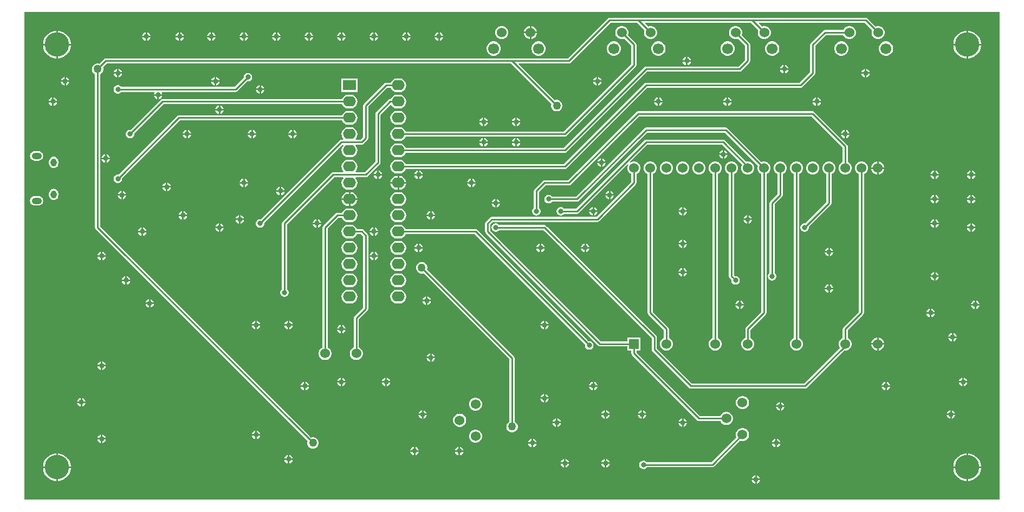
<source format=gbr>
%TF.GenerationSoftware,Altium Limited,CircuitMaker,2.0.2 (2.0.2.40)*%
G04 Layer_Physical_Order=2*
G04 Layer_Color=11436288*
%FSLAX25Y25*%
%MOIN*%
%TF.SameCoordinates,264C472C-E0F2-4512-9315-FB6CEB45B93E*%
%TF.FilePolarity,Positive*%
%TF.FileFunction,Copper,L2,Bot,Signal*%
%TF.Part,Single*%
G01*
G75*
%TA.AperFunction,Conductor*%
%ADD37C,0.01000*%
%TA.AperFunction,ComponentPad*%
%ADD38C,0.06000*%
%ADD39R,0.06000X0.06000*%
%ADD40C,0.06693*%
%ADD41O,0.07874X0.06299*%
%ADD42R,0.07874X0.06299*%
G04:AMPARAMS|DCode=43|XSize=49.21mil|YSize=37.4mil|CornerRadius=18.7mil|HoleSize=0mil|Usage=FLASHONLY|Rotation=270.000|XOffset=0mil|YOffset=0mil|HoleType=Round|Shape=RoundedRectangle|*
%AMROUNDEDRECTD43*
21,1,0.04921,0.00000,0,0,270.0*
21,1,0.01181,0.03740,0,0,270.0*
1,1,0.03740,0.00000,-0.00591*
1,1,0.03740,0.00000,0.00591*
1,1,0.03740,0.00000,0.00591*
1,1,0.03740,0.00000,-0.00591*
%
%ADD43ROUNDEDRECTD43*%
G04:AMPARAMS|DCode=44|XSize=61.02mil|YSize=37.4mil|CornerRadius=18.7mil|HoleSize=0mil|Usage=FLASHONLY|Rotation=0.000|XOffset=0mil|YOffset=0mil|HoleType=Round|Shape=RoundedRectangle|*
%AMROUNDEDRECTD44*
21,1,0.06102,0.00000,0,0,0.0*
21,1,0.02362,0.03740,0,0,0.0*
1,1,0.03740,0.01181,0.00000*
1,1,0.03740,-0.01181,0.00000*
1,1,0.03740,-0.01181,0.00000*
1,1,0.03740,0.01181,0.00000*
%
%ADD44ROUNDEDRECTD44*%
%TA.AperFunction,ViaPad*%
%ADD45C,0.03200*%
%ADD46C,0.05000*%
%ADD47C,0.15000*%
G36*
X700000Y150000D02*
X100000D01*
Y450000D01*
X700000D01*
Y150000D01*
D02*
G37*
%LPC*%
G36*
X411885Y441500D02*
X411858D01*
Y438000D01*
X415358D01*
Y438027D01*
X415086Y439044D01*
X414559Y439956D01*
X413814Y440701D01*
X412902Y441227D01*
X411885Y441500D01*
D02*
G37*
G36*
X410858D02*
X410832D01*
X409814Y441227D01*
X408902Y440701D01*
X408157Y439956D01*
X407631Y439044D01*
X407358Y438027D01*
Y438000D01*
X410858D01*
Y441500D01*
D02*
G37*
G36*
X355500Y437558D02*
Y435500D01*
X357558D01*
X357423Y436004D01*
X357081Y436596D01*
X356596Y437080D01*
X356004Y437423D01*
X355500Y437558D01*
D02*
G37*
G36*
X354500D02*
X353996Y437423D01*
X353404Y437080D01*
X352920Y436596D01*
X352577Y436004D01*
X352442Y435500D01*
X354500D01*
Y437558D01*
D02*
G37*
G36*
X335500D02*
Y435500D01*
X337558D01*
X337423Y436004D01*
X337081Y436596D01*
X336596Y437080D01*
X336004Y437423D01*
X335500Y437558D01*
D02*
G37*
G36*
X334500D02*
X333996Y437423D01*
X333404Y437080D01*
X332920Y436596D01*
X332577Y436004D01*
X332442Y435500D01*
X334500D01*
Y437558D01*
D02*
G37*
G36*
X315500D02*
Y435500D01*
X317558D01*
X317423Y436004D01*
X317080Y436596D01*
X316596Y437080D01*
X316004Y437423D01*
X315500Y437558D01*
D02*
G37*
G36*
X314500D02*
X313996Y437423D01*
X313404Y437080D01*
X312919Y436596D01*
X312577Y436004D01*
X312442Y435500D01*
X314500D01*
Y437558D01*
D02*
G37*
G36*
X295500D02*
Y435500D01*
X297558D01*
X297423Y436004D01*
X297080Y436596D01*
X296596Y437080D01*
X296004Y437423D01*
X295500Y437558D01*
D02*
G37*
G36*
X294500D02*
X293996Y437423D01*
X293404Y437080D01*
X292919Y436596D01*
X292577Y436004D01*
X292442Y435500D01*
X294500D01*
Y437558D01*
D02*
G37*
G36*
X275500D02*
Y435500D01*
X277558D01*
X277423Y436004D01*
X277080Y436596D01*
X276596Y437080D01*
X276004Y437423D01*
X275500Y437558D01*
D02*
G37*
G36*
X274500D02*
X273996Y437423D01*
X273404Y437080D01*
X272920Y436596D01*
X272577Y436004D01*
X272442Y435500D01*
X274500D01*
Y437558D01*
D02*
G37*
G36*
X255500D02*
Y435500D01*
X257558D01*
X257423Y436004D01*
X257081Y436596D01*
X256596Y437080D01*
X256004Y437423D01*
X255500Y437558D01*
D02*
G37*
G36*
X254500D02*
X253996Y437423D01*
X253404Y437080D01*
X252920Y436596D01*
X252577Y436004D01*
X252442Y435500D01*
X254500D01*
Y437558D01*
D02*
G37*
G36*
X235500D02*
Y435500D01*
X237558D01*
X237423Y436004D01*
X237081Y436596D01*
X236596Y437080D01*
X236004Y437423D01*
X235500Y437558D01*
D02*
G37*
G36*
X234500D02*
X233996Y437423D01*
X233404Y437080D01*
X232920Y436596D01*
X232577Y436004D01*
X232442Y435500D01*
X234500D01*
Y437558D01*
D02*
G37*
G36*
X215500D02*
Y435500D01*
X217558D01*
X217423Y436004D01*
X217080Y436596D01*
X216596Y437080D01*
X216004Y437423D01*
X215500Y437558D01*
D02*
G37*
G36*
X214500D02*
X213996Y437423D01*
X213404Y437080D01*
X212919Y436596D01*
X212577Y436004D01*
X212442Y435500D01*
X214500D01*
Y437558D01*
D02*
G37*
G36*
X196058D02*
Y435500D01*
X198116D01*
X197981Y436004D01*
X197638Y436596D01*
X197154Y437080D01*
X196561Y437423D01*
X196058Y437558D01*
D02*
G37*
G36*
X195058D02*
X194554Y437423D01*
X193961Y437080D01*
X193477Y436596D01*
X193135Y436004D01*
X193000Y435500D01*
X195058D01*
Y437558D01*
D02*
G37*
G36*
X175500D02*
Y435500D01*
X177558D01*
X177423Y436004D01*
X177081Y436596D01*
X176596Y437080D01*
X176004Y437423D01*
X175500Y437558D01*
D02*
G37*
G36*
X174500D02*
X173996Y437423D01*
X173404Y437080D01*
X172919Y436596D01*
X172577Y436004D01*
X172442Y435500D01*
X174500D01*
Y437558D01*
D02*
G37*
G36*
X415358Y437000D02*
X411858D01*
Y433500D01*
X411885D01*
X412902Y433773D01*
X413814Y434299D01*
X414559Y435044D01*
X415086Y435956D01*
X415358Y436973D01*
Y437000D01*
D02*
G37*
G36*
X410858D02*
X407358D01*
Y436973D01*
X407631Y435956D01*
X408157Y435044D01*
X408902Y434299D01*
X409814Y433773D01*
X410832Y433500D01*
X410858D01*
Y437000D01*
D02*
G37*
G36*
X394168Y441500D02*
X393115D01*
X392098Y441227D01*
X391186Y440701D01*
X390441Y439956D01*
X389914Y439044D01*
X389642Y438027D01*
Y436973D01*
X389914Y435956D01*
X390441Y435044D01*
X391186Y434299D01*
X392098Y433773D01*
X393115Y433500D01*
X394168D01*
X395186Y433773D01*
X396098Y434299D01*
X396843Y435044D01*
X397369Y435956D01*
X397642Y436973D01*
Y438027D01*
X397369Y439044D01*
X396843Y439956D01*
X396098Y440701D01*
X395186Y441227D01*
X394168Y441500D01*
D02*
G37*
G36*
X617717Y446529D02*
X460000D01*
X459415Y446413D01*
X458919Y446081D01*
X434367Y421529D01*
X150000D01*
X149415Y421413D01*
X148919Y421081D01*
X146152Y418315D01*
X145461Y418500D01*
X144539D01*
X143649Y418261D01*
X142851Y417801D01*
X142199Y417149D01*
X141738Y416351D01*
X141500Y415461D01*
Y414539D01*
X141738Y413649D01*
X142199Y412851D01*
X142851Y412199D01*
X143471Y411841D01*
Y317500D01*
X143587Y316915D01*
X143919Y316419D01*
X274185Y186152D01*
X274000Y185461D01*
Y184539D01*
X274238Y183649D01*
X274699Y182851D01*
X275351Y182199D01*
X276149Y181738D01*
X277039Y181500D01*
X277961D01*
X278851Y181738D01*
X279649Y182199D01*
X280301Y182851D01*
X280762Y183649D01*
X281000Y184539D01*
Y185461D01*
X280762Y186351D01*
X280301Y187149D01*
X279649Y187801D01*
X278851Y188261D01*
X277961Y188500D01*
X277039D01*
X276348Y188315D01*
X146529Y318133D01*
Y411841D01*
X147149Y412199D01*
X147801Y412851D01*
X148261Y413649D01*
X148500Y414539D01*
Y415461D01*
X148315Y416152D01*
X150634Y418471D01*
X399366D01*
X424185Y393652D01*
X424000Y392961D01*
Y392039D01*
X424238Y391149D01*
X424699Y390351D01*
X425351Y389699D01*
X426149Y389239D01*
X427039Y389000D01*
X427961D01*
X428851Y389239D01*
X429649Y389699D01*
X430301Y390351D01*
X430761Y391149D01*
X431000Y392039D01*
Y392961D01*
X430761Y393851D01*
X430301Y394649D01*
X429649Y395301D01*
X428851Y395761D01*
X427961Y396000D01*
X427039D01*
X426348Y395815D01*
X404154Y418009D01*
X404346Y418471D01*
X435000D01*
X435585Y418587D01*
X436081Y418919D01*
X460634Y443471D01*
X477083D01*
X481497Y439057D01*
X481489Y439044D01*
X481217Y438027D01*
Y436973D01*
X481489Y435956D01*
X482016Y435044D01*
X482760Y434299D01*
X483673Y433773D01*
X484690Y433500D01*
X485743D01*
X486761Y433773D01*
X487673Y434299D01*
X488417Y435044D01*
X488944Y435956D01*
X489217Y436973D01*
Y438027D01*
X488944Y439044D01*
X488417Y439956D01*
X487673Y440701D01*
X486761Y441227D01*
X485743Y441500D01*
X484690D01*
X483673Y441227D01*
X483660Y441220D01*
X481871Y443009D01*
X482062Y443471D01*
X547083D01*
X551497Y439057D01*
X551489Y439044D01*
X551217Y438027D01*
Y436973D01*
X551489Y435956D01*
X552016Y435044D01*
X552761Y434299D01*
X553673Y433773D01*
X554690Y433500D01*
X555743D01*
X556761Y433773D01*
X557673Y434299D01*
X558417Y435044D01*
X558944Y435956D01*
X559217Y436973D01*
Y438027D01*
X558944Y439044D01*
X558417Y439956D01*
X557673Y440701D01*
X556761Y441227D01*
X555743Y441500D01*
X554690D01*
X553673Y441227D01*
X553660Y441220D01*
X551871Y443009D01*
X552062Y443471D01*
X617083D01*
X621497Y439057D01*
X621489Y439044D01*
X621217Y438027D01*
Y436973D01*
X621489Y435956D01*
X622016Y435044D01*
X622760Y434299D01*
X623673Y433773D01*
X624690Y433500D01*
X625743D01*
X626760Y433773D01*
X627673Y434299D01*
X628417Y435044D01*
X628944Y435956D01*
X629217Y436973D01*
Y438027D01*
X628944Y439044D01*
X628417Y439956D01*
X627673Y440701D01*
X626760Y441227D01*
X625743Y441500D01*
X624690D01*
X623673Y441227D01*
X623660Y441220D01*
X618798Y446081D01*
X618302Y446413D01*
X617717Y446529D01*
D02*
G37*
G36*
X608027Y441500D02*
X606973D01*
X605956Y441227D01*
X605044Y440701D01*
X604299Y439956D01*
X603773Y439044D01*
X603769Y439029D01*
X592500D01*
X591915Y438913D01*
X591419Y438581D01*
X583919Y431081D01*
X583587Y430585D01*
X583471Y430000D01*
Y413133D01*
X576866Y406529D01*
X482500D01*
X481915Y406413D01*
X481419Y406081D01*
X431867Y356529D01*
X334645D01*
X334412Y357093D01*
X333747Y357960D01*
X332880Y358625D01*
X331871Y359043D01*
X330787Y359185D01*
X329213D01*
X328129Y359043D01*
X327120Y358625D01*
X326253Y357960D01*
X325588Y357093D01*
X325170Y356083D01*
X325027Y355000D01*
X325170Y353917D01*
X325588Y352907D01*
X326253Y352041D01*
X327120Y351375D01*
X328129Y350957D01*
X329213Y350815D01*
X330787D01*
X331871Y350957D01*
X332880Y351375D01*
X333747Y352041D01*
X334412Y352907D01*
X334645Y353471D01*
X432500D01*
X433085Y353587D01*
X433581Y353919D01*
X483134Y403471D01*
X577500D01*
X578085Y403587D01*
X578581Y403919D01*
X586081Y411419D01*
X586413Y411915D01*
X586529Y412500D01*
Y429366D01*
X593133Y435971D01*
X603769D01*
X603773Y435956D01*
X604299Y435044D01*
X605044Y434299D01*
X605956Y433773D01*
X606973Y433500D01*
X608027D01*
X609044Y433773D01*
X609956Y434299D01*
X610701Y435044D01*
X611227Y435956D01*
X611500Y436973D01*
Y438027D01*
X611227Y439044D01*
X610701Y439956D01*
X609956Y440701D01*
X609044Y441227D01*
X608027Y441500D01*
D02*
G37*
G36*
X357558Y434500D02*
X355500D01*
Y432442D01*
X356004Y432577D01*
X356596Y432920D01*
X357081Y433404D01*
X357423Y433996D01*
X357558Y434500D01*
D02*
G37*
G36*
X354500D02*
X352442D01*
X352577Y433996D01*
X352920Y433404D01*
X353404Y432920D01*
X353996Y432577D01*
X354500Y432442D01*
Y434500D01*
D02*
G37*
G36*
X337558D02*
X335500D01*
Y432442D01*
X336004Y432577D01*
X336596Y432920D01*
X337081Y433404D01*
X337423Y433996D01*
X337558Y434500D01*
D02*
G37*
G36*
X334500D02*
X332442D01*
X332577Y433996D01*
X332920Y433404D01*
X333404Y432920D01*
X333996Y432577D01*
X334500Y432442D01*
Y434500D01*
D02*
G37*
G36*
X317558D02*
X315500D01*
Y432442D01*
X316004Y432577D01*
X316596Y432920D01*
X317080Y433404D01*
X317423Y433996D01*
X317558Y434500D01*
D02*
G37*
G36*
X314500D02*
X312442D01*
X312577Y433996D01*
X312919Y433404D01*
X313404Y432920D01*
X313996Y432577D01*
X314500Y432442D01*
Y434500D01*
D02*
G37*
G36*
X297558D02*
X295500D01*
Y432442D01*
X296004Y432577D01*
X296596Y432920D01*
X297080Y433404D01*
X297423Y433996D01*
X297558Y434500D01*
D02*
G37*
G36*
X294500D02*
X292442D01*
X292577Y433996D01*
X292919Y433404D01*
X293404Y432920D01*
X293996Y432577D01*
X294500Y432442D01*
Y434500D01*
D02*
G37*
G36*
X277558D02*
X275500D01*
Y432442D01*
X276004Y432577D01*
X276596Y432920D01*
X277080Y433404D01*
X277423Y433996D01*
X277558Y434500D01*
D02*
G37*
G36*
X274500D02*
X272442D01*
X272577Y433996D01*
X272920Y433404D01*
X273404Y432920D01*
X273996Y432577D01*
X274500Y432442D01*
Y434500D01*
D02*
G37*
G36*
X257558D02*
X255500D01*
Y432442D01*
X256004Y432577D01*
X256596Y432920D01*
X257081Y433404D01*
X257423Y433996D01*
X257558Y434500D01*
D02*
G37*
G36*
X254500D02*
X252442D01*
X252577Y433996D01*
X252920Y433404D01*
X253404Y432920D01*
X253996Y432577D01*
X254500Y432442D01*
Y434500D01*
D02*
G37*
G36*
X237558D02*
X235500D01*
Y432442D01*
X236004Y432577D01*
X236596Y432920D01*
X237081Y433404D01*
X237423Y433996D01*
X237558Y434500D01*
D02*
G37*
G36*
X234500D02*
X232442D01*
X232577Y433996D01*
X232920Y433404D01*
X233404Y432920D01*
X233996Y432577D01*
X234500Y432442D01*
Y434500D01*
D02*
G37*
G36*
X217558D02*
X215500D01*
Y432442D01*
X216004Y432577D01*
X216596Y432920D01*
X217080Y433404D01*
X217423Y433996D01*
X217558Y434500D01*
D02*
G37*
G36*
X214500D02*
X212442D01*
X212577Y433996D01*
X212919Y433404D01*
X213404Y432920D01*
X213996Y432577D01*
X214500Y432442D01*
Y434500D01*
D02*
G37*
G36*
X198116D02*
X196058D01*
Y432442D01*
X196561Y432577D01*
X197154Y432920D01*
X197638Y433404D01*
X197981Y433996D01*
X198116Y434500D01*
D02*
G37*
G36*
X195058D02*
X193000D01*
X193135Y433996D01*
X193477Y433404D01*
X193961Y432920D01*
X194554Y432577D01*
X195058Y432442D01*
Y434500D01*
D02*
G37*
G36*
X177558D02*
X175500D01*
Y432442D01*
X176004Y432577D01*
X176596Y432920D01*
X177081Y433404D01*
X177423Y433996D01*
X177558Y434500D01*
D02*
G37*
G36*
X174500D02*
X172442D01*
X172577Y433996D01*
X172919Y433404D01*
X173404Y432920D01*
X173996Y432577D01*
X174500Y432442D01*
Y434500D01*
D02*
G37*
G36*
X680837Y438500D02*
X680500D01*
Y430500D01*
X688500D01*
Y430837D01*
X688173Y432479D01*
X687533Y434026D01*
X686602Y435418D01*
X685418Y436602D01*
X684026Y437533D01*
X682479Y438173D01*
X680837Y438500D01*
D02*
G37*
G36*
X679500D02*
X679163D01*
X677521Y438173D01*
X675974Y437533D01*
X674582Y436602D01*
X673398Y435418D01*
X672467Y434026D01*
X671827Y432479D01*
X671500Y430837D01*
Y430500D01*
X679500D01*
Y438500D01*
D02*
G37*
G36*
X120837D02*
X120500D01*
Y430500D01*
X128500D01*
Y430837D01*
X128173Y432479D01*
X127533Y434026D01*
X126602Y435418D01*
X125418Y436602D01*
X124026Y437533D01*
X122479Y438173D01*
X120837Y438500D01*
D02*
G37*
G36*
X119500D02*
X119163D01*
X117521Y438173D01*
X115974Y437533D01*
X114582Y436602D01*
X113398Y435418D01*
X112467Y434026D01*
X111827Y432479D01*
X111500Y430837D01*
Y430500D01*
X119500D01*
Y438500D01*
D02*
G37*
G36*
X416852Y432004D02*
X415707D01*
X414602Y431708D01*
X413611Y431136D01*
X412802Y430326D01*
X412229Y429335D01*
X411933Y428230D01*
Y427085D01*
X412229Y425980D01*
X412802Y424989D01*
X413611Y424179D01*
X414602Y423607D01*
X415707Y423311D01*
X416852D01*
X417957Y423607D01*
X418948Y424179D01*
X419758Y424989D01*
X420330Y425980D01*
X420626Y427085D01*
Y428230D01*
X420330Y429335D01*
X419758Y430326D01*
X418948Y431136D01*
X417957Y431708D01*
X416852Y432004D01*
D02*
G37*
G36*
X389293D02*
X388148D01*
X387043Y431708D01*
X386052Y431136D01*
X385243Y430326D01*
X384670Y429335D01*
X384374Y428230D01*
Y427085D01*
X384670Y425980D01*
X385243Y424989D01*
X386052Y424179D01*
X387043Y423607D01*
X388148Y423311D01*
X389293D01*
X390398Y423607D01*
X391389Y424179D01*
X392199Y424989D01*
X392771Y425980D01*
X393067Y427085D01*
Y428230D01*
X392771Y429335D01*
X392199Y430326D01*
X391389Y431136D01*
X390398Y431708D01*
X389293Y432004D01*
D02*
G37*
G36*
X630710Y432004D02*
X629566D01*
X628460Y431708D01*
X627469Y431135D01*
X626660Y430326D01*
X626088Y429335D01*
X625791Y428230D01*
Y427085D01*
X626088Y425980D01*
X626660Y424989D01*
X627469Y424179D01*
X628460Y423607D01*
X629566Y423311D01*
X630710D01*
X631815Y423607D01*
X632807Y424179D01*
X633616Y424989D01*
X634188Y425980D01*
X634484Y427085D01*
Y428230D01*
X634188Y429335D01*
X633616Y430326D01*
X632807Y431135D01*
X631815Y431708D01*
X630710Y432004D01*
D02*
G37*
G36*
X603151D02*
X602007D01*
X600901Y431708D01*
X599910Y431135D01*
X599101Y430326D01*
X598528Y429335D01*
X598232Y428230D01*
Y427085D01*
X598528Y425980D01*
X599101Y424989D01*
X599910Y424179D01*
X600901Y423607D01*
X602007Y423311D01*
X603151D01*
X604256Y423607D01*
X605248Y424179D01*
X606057Y424989D01*
X606629Y425980D01*
X606925Y427085D01*
Y428230D01*
X606629Y429335D01*
X606057Y430326D01*
X605248Y431135D01*
X604256Y431708D01*
X603151Y432004D01*
D02*
G37*
G36*
X560710D02*
X559566D01*
X558460Y431708D01*
X557469Y431135D01*
X556660Y430326D01*
X556088Y429335D01*
X555791Y428230D01*
Y427085D01*
X556088Y425980D01*
X556660Y424989D01*
X557469Y424179D01*
X558460Y423607D01*
X559566Y423311D01*
X560710D01*
X561816Y423607D01*
X562807Y424179D01*
X563616Y424989D01*
X564188Y425980D01*
X564484Y427085D01*
Y428230D01*
X564188Y429335D01*
X563616Y430326D01*
X562807Y431135D01*
X561816Y431708D01*
X560710Y432004D01*
D02*
G37*
G36*
X533151D02*
X532007D01*
X530901Y431708D01*
X529910Y431135D01*
X529101Y430326D01*
X528528Y429335D01*
X528232Y428230D01*
Y427085D01*
X528528Y425980D01*
X529101Y424989D01*
X529910Y424179D01*
X530901Y423607D01*
X532007Y423311D01*
X533151D01*
X534257Y423607D01*
X535248Y424179D01*
X536057Y424989D01*
X536629Y425980D01*
X536925Y427085D01*
Y428230D01*
X536629Y429335D01*
X536057Y430326D01*
X535248Y431135D01*
X534257Y431708D01*
X533151Y432004D01*
D02*
G37*
G36*
X490710D02*
X489566D01*
X488460Y431708D01*
X487469Y431135D01*
X486660Y430326D01*
X486088Y429335D01*
X485791Y428230D01*
Y427085D01*
X486088Y425980D01*
X486660Y424989D01*
X487469Y424179D01*
X488460Y423607D01*
X489566Y423311D01*
X490710D01*
X491816Y423607D01*
X492807Y424179D01*
X493616Y424989D01*
X494188Y425980D01*
X494484Y427085D01*
Y428230D01*
X494188Y429335D01*
X493616Y430326D01*
X492807Y431135D01*
X491816Y431708D01*
X490710Y432004D01*
D02*
G37*
G36*
X463151D02*
X462007D01*
X460901Y431708D01*
X459910Y431135D01*
X459101Y430326D01*
X458529Y429335D01*
X458232Y428230D01*
Y427085D01*
X458529Y425980D01*
X459101Y424989D01*
X459910Y424179D01*
X460901Y423607D01*
X462007Y423311D01*
X463151D01*
X464256Y423607D01*
X465248Y424179D01*
X466057Y424989D01*
X466629Y425980D01*
X466925Y427085D01*
Y428230D01*
X466629Y429335D01*
X466057Y430326D01*
X465248Y431135D01*
X464256Y431708D01*
X463151Y432004D01*
D02*
G37*
G36*
X688500Y429500D02*
X680500D01*
Y421500D01*
X680837D01*
X682479Y421827D01*
X684026Y422467D01*
X685418Y423398D01*
X686602Y424582D01*
X687533Y425974D01*
X688173Y427521D01*
X688500Y429163D01*
Y429500D01*
D02*
G37*
G36*
X679500D02*
X671500D01*
Y429163D01*
X671827Y427521D01*
X672467Y425974D01*
X673398Y424582D01*
X674582Y423398D01*
X675974Y422467D01*
X677521Y421827D01*
X679163Y421500D01*
X679500D01*
Y429500D01*
D02*
G37*
G36*
X128500D02*
X120500D01*
Y421500D01*
X120837D01*
X122479Y421827D01*
X124026Y422467D01*
X125418Y423398D01*
X126602Y424582D01*
X127533Y425974D01*
X128173Y427521D01*
X128500Y429163D01*
Y429500D01*
D02*
G37*
G36*
X119500D02*
X111500D01*
Y429163D01*
X111827Y427521D01*
X112467Y425974D01*
X113398Y424582D01*
X114582Y423398D01*
X115974Y422467D01*
X117521Y421827D01*
X119163Y421500D01*
X119500D01*
Y429500D01*
D02*
G37*
G36*
X508000Y422558D02*
Y420500D01*
X510058D01*
X509923Y421004D01*
X509581Y421596D01*
X509096Y422081D01*
X508504Y422423D01*
X508000Y422558D01*
D02*
G37*
G36*
X507000D02*
X506496Y422423D01*
X505904Y422081D01*
X505419Y421596D01*
X505077Y421004D01*
X504942Y420500D01*
X507000D01*
Y422558D01*
D02*
G37*
G36*
X510058Y419500D02*
X508000D01*
Y417442D01*
X508504Y417577D01*
X509096Y417919D01*
X509581Y418404D01*
X509923Y418996D01*
X510058Y419500D01*
D02*
G37*
G36*
X507000D02*
X504942D01*
X505077Y418996D01*
X505419Y418404D01*
X505904Y417919D01*
X506496Y417577D01*
X507000Y417442D01*
Y419500D01*
D02*
G37*
G36*
X568000Y417558D02*
Y415500D01*
X570058D01*
X569923Y416004D01*
X569581Y416596D01*
X569096Y417080D01*
X568504Y417423D01*
X568000Y417558D01*
D02*
G37*
G36*
X567000D02*
X566496Y417423D01*
X565904Y417080D01*
X565419Y416596D01*
X565077Y416004D01*
X564942Y415500D01*
X567000D01*
Y417558D01*
D02*
G37*
G36*
X618000Y415058D02*
Y413000D01*
X620058D01*
X619923Y413504D01*
X619581Y414096D01*
X619096Y414580D01*
X618504Y414923D01*
X618000Y415058D01*
D02*
G37*
G36*
X617000D02*
X616496Y414923D01*
X615904Y414580D01*
X615419Y414096D01*
X615077Y413504D01*
X614942Y413000D01*
X617000D01*
Y415058D01*
D02*
G37*
G36*
X158000D02*
Y413000D01*
X160058D01*
X159923Y413504D01*
X159581Y414096D01*
X159096Y414580D01*
X158504Y414923D01*
X158000Y415058D01*
D02*
G37*
G36*
X157000D02*
X156496Y414923D01*
X155904Y414580D01*
X155420Y414096D01*
X155077Y413504D01*
X154942Y413000D01*
X157000D01*
Y415058D01*
D02*
G37*
G36*
X570058Y414500D02*
X568000D01*
Y412442D01*
X568504Y412577D01*
X569096Y412920D01*
X569581Y413404D01*
X569923Y413996D01*
X570058Y414500D01*
D02*
G37*
G36*
X567000D02*
X564942D01*
X565077Y413996D01*
X565419Y413404D01*
X565904Y412920D01*
X566496Y412577D01*
X567000Y412442D01*
Y414500D01*
D02*
G37*
G36*
X620058Y412000D02*
X618000D01*
Y409942D01*
X618504Y410077D01*
X619096Y410420D01*
X619581Y410904D01*
X619923Y411496D01*
X620058Y412000D01*
D02*
G37*
G36*
X617000D02*
X614942D01*
X615077Y411496D01*
X615419Y410904D01*
X615904Y410420D01*
X616496Y410077D01*
X617000Y409942D01*
Y412000D01*
D02*
G37*
G36*
X160058D02*
X158000D01*
Y409942D01*
X158504Y410077D01*
X159096Y410420D01*
X159581Y410904D01*
X159923Y411496D01*
X160058Y412000D01*
D02*
G37*
G36*
X157000D02*
X154942D01*
X155077Y411496D01*
X155420Y410904D01*
X155904Y410420D01*
X156496Y410077D01*
X157000Y409942D01*
Y412000D01*
D02*
G37*
G36*
X453000Y410058D02*
Y408000D01*
X455058D01*
X454923Y408504D01*
X454580Y409096D01*
X454096Y409581D01*
X453504Y409923D01*
X453000Y410058D01*
D02*
G37*
G36*
X452000D02*
X451496Y409923D01*
X450904Y409581D01*
X450420Y409096D01*
X450077Y408504D01*
X449942Y408000D01*
X452000D01*
Y410058D01*
D02*
G37*
G36*
X218000D02*
Y408000D01*
X220058D01*
X219923Y408504D01*
X219581Y409096D01*
X219096Y409581D01*
X218504Y409923D01*
X218000Y410058D01*
D02*
G37*
G36*
X217000D02*
X216496Y409923D01*
X215904Y409581D01*
X215420Y409096D01*
X215077Y408504D01*
X214942Y408000D01*
X217000D01*
Y410058D01*
D02*
G37*
G36*
X125500D02*
Y408000D01*
X127558D01*
X127423Y408504D01*
X127081Y409096D01*
X126596Y409581D01*
X126004Y409923D01*
X125500Y410058D01*
D02*
G37*
G36*
X124500D02*
X123996Y409923D01*
X123404Y409581D01*
X122919Y409096D01*
X122577Y408504D01*
X122442Y408000D01*
X124500D01*
Y410058D01*
D02*
G37*
G36*
X237842Y412600D02*
X237158D01*
X236496Y412423D01*
X235904Y412080D01*
X235420Y411596D01*
X235077Y411004D01*
X234900Y410342D01*
Y409658D01*
X234920Y409583D01*
X229366Y404029D01*
X159619D01*
X159581Y404096D01*
X159096Y404580D01*
X158504Y404923D01*
X157842Y405100D01*
X157158D01*
X156496Y404923D01*
X155904Y404580D01*
X155420Y404096D01*
X155077Y403504D01*
X154900Y402842D01*
Y402158D01*
X155077Y401496D01*
X155420Y400904D01*
X155904Y400420D01*
X156496Y400077D01*
X157158Y399900D01*
X157842D01*
X158504Y400077D01*
X159096Y400420D01*
X159581Y400904D01*
X159619Y400971D01*
X179900D01*
X180107Y400471D01*
X179845Y400016D01*
X179710Y399513D01*
X184825D01*
X184690Y400016D01*
X184428Y400471D01*
X184636Y400971D01*
X230000D01*
X230585Y401087D01*
X231081Y401419D01*
X237083Y407420D01*
X237158Y407400D01*
X237842D01*
X238504Y407577D01*
X239096Y407920D01*
X239580Y408404D01*
X239923Y408996D01*
X240100Y409658D01*
Y410342D01*
X239923Y411004D01*
X239580Y411596D01*
X239096Y412080D01*
X238504Y412423D01*
X237842Y412600D01*
D02*
G37*
G36*
X455058Y407000D02*
X453000D01*
Y404942D01*
X453504Y405077D01*
X454096Y405419D01*
X454580Y405904D01*
X454923Y406496D01*
X455058Y407000D01*
D02*
G37*
G36*
X452000D02*
X449942D01*
X450077Y406496D01*
X450420Y405904D01*
X450904Y405419D01*
X451496Y405077D01*
X452000Y404942D01*
Y407000D01*
D02*
G37*
G36*
X220058D02*
X218000D01*
Y404942D01*
X218504Y405077D01*
X219096Y405419D01*
X219581Y405904D01*
X219923Y406496D01*
X220058Y407000D01*
D02*
G37*
G36*
X217000D02*
X214942D01*
X215077Y406496D01*
X215420Y405904D01*
X215904Y405419D01*
X216496Y405077D01*
X217000Y404942D01*
Y407000D01*
D02*
G37*
G36*
X127558D02*
X125500D01*
Y404942D01*
X126004Y405077D01*
X126596Y405419D01*
X127081Y405904D01*
X127423Y406496D01*
X127558Y407000D01*
D02*
G37*
G36*
X124500D02*
X122442D01*
X122577Y406496D01*
X122919Y405904D01*
X123404Y405419D01*
X123996Y405077D01*
X124500Y404942D01*
Y407000D01*
D02*
G37*
G36*
X245500Y405058D02*
Y403000D01*
X247558D01*
X247423Y403504D01*
X247080Y404096D01*
X246596Y404580D01*
X246004Y404923D01*
X245500Y405058D01*
D02*
G37*
G36*
X244500D02*
X243996Y404923D01*
X243404Y404580D01*
X242919Y404096D01*
X242577Y403504D01*
X242442Y403000D01*
X244500D01*
Y405058D01*
D02*
G37*
G36*
X304937Y409150D02*
X295063D01*
Y400850D01*
X304937D01*
Y409150D01*
D02*
G37*
G36*
X330787Y409185D02*
X329213D01*
X328129Y409043D01*
X327120Y408625D01*
X326253Y407960D01*
X325588Y407093D01*
X325355Y406529D01*
X322500D01*
X321915Y406413D01*
X321419Y406081D01*
X308919Y393581D01*
X308587Y393085D01*
X308471Y392500D01*
Y373133D01*
X306867Y371529D01*
X303859D01*
X303698Y372003D01*
X303747Y372041D01*
X304412Y372907D01*
X304830Y373917D01*
X304973Y375000D01*
X304830Y376083D01*
X304412Y377093D01*
X303747Y377959D01*
X302880Y378625D01*
X301871Y379043D01*
X300787Y379185D01*
X299213D01*
X298129Y379043D01*
X297120Y378625D01*
X296253Y377959D01*
X295588Y377093D01*
X295170Y376083D01*
X295027Y375000D01*
X295170Y373917D01*
X295588Y372907D01*
X296253Y372041D01*
X296302Y372003D01*
X296141Y371529D01*
X295000D01*
X294415Y371413D01*
X293919Y371081D01*
X245417Y322580D01*
X245342Y322600D01*
X244658D01*
X243996Y322423D01*
X243404Y322080D01*
X242919Y321596D01*
X242577Y321004D01*
X242400Y320342D01*
Y319658D01*
X242577Y318996D01*
X242919Y318404D01*
X243404Y317919D01*
X243996Y317577D01*
X244658Y317400D01*
X245342D01*
X246004Y317577D01*
X246596Y317919D01*
X247080Y318404D01*
X247423Y318996D01*
X247600Y319658D01*
Y320342D01*
X247580Y320417D01*
X295634Y368471D01*
X296141D01*
X296302Y367997D01*
X296253Y367959D01*
X295588Y367093D01*
X295170Y366083D01*
X295027Y365000D01*
X295170Y363917D01*
X295588Y362907D01*
X296253Y362040D01*
X297120Y361375D01*
X298129Y360957D01*
X299213Y360815D01*
X300787D01*
X301871Y360957D01*
X302880Y361375D01*
X303747Y362040D01*
X304412Y362907D01*
X304830Y363917D01*
X304973Y365000D01*
X304830Y366083D01*
X304412Y367093D01*
X303747Y367959D01*
X303698Y367997D01*
X303859Y368471D01*
X307500D01*
X308085Y368587D01*
X308581Y368919D01*
X311081Y371419D01*
X311413Y371915D01*
X311529Y372500D01*
Y391866D01*
X323133Y403471D01*
X325355D01*
X325588Y402907D01*
X326253Y402040D01*
X327120Y401375D01*
X328129Y400957D01*
X329213Y400815D01*
X330787D01*
X331871Y400957D01*
X332880Y401375D01*
X333747Y402040D01*
X334412Y402907D01*
X334830Y403917D01*
X334973Y405000D01*
X334830Y406083D01*
X334412Y407093D01*
X333747Y407960D01*
X332880Y408625D01*
X331871Y409043D01*
X330787Y409185D01*
D02*
G37*
G36*
X247558Y402000D02*
X245500D01*
Y399942D01*
X246004Y400077D01*
X246596Y400420D01*
X247080Y400904D01*
X247423Y401496D01*
X247558Y402000D01*
D02*
G37*
G36*
X244500D02*
X242442D01*
X242577Y401496D01*
X242919Y400904D01*
X243404Y400420D01*
X243996Y400077D01*
X244500Y399942D01*
Y402000D01*
D02*
G37*
G36*
X184825Y398513D02*
X182768D01*
Y396455D01*
X183271Y396590D01*
X183864Y396932D01*
X184348Y397416D01*
X184690Y398009D01*
X184825Y398513D01*
D02*
G37*
G36*
X181768D02*
X179710D01*
X179845Y398009D01*
X180187Y397416D01*
X180671Y396932D01*
X181264Y396590D01*
X181768Y396455D01*
Y398513D01*
D02*
G37*
G36*
X588000Y397558D02*
Y395500D01*
X590058D01*
X589923Y396004D01*
X589580Y396596D01*
X589096Y397080D01*
X588504Y397423D01*
X588000Y397558D01*
D02*
G37*
G36*
X587000D02*
X586496Y397423D01*
X585904Y397080D01*
X585420Y396596D01*
X585077Y396004D01*
X584942Y395500D01*
X587000D01*
Y397558D01*
D02*
G37*
G36*
X533000D02*
Y395500D01*
X535058D01*
X534923Y396004D01*
X534581Y396596D01*
X534096Y397080D01*
X533504Y397423D01*
X533000Y397558D01*
D02*
G37*
G36*
X532000D02*
X531496Y397423D01*
X530904Y397080D01*
X530419Y396596D01*
X530077Y396004D01*
X529942Y395500D01*
X532000D01*
Y397558D01*
D02*
G37*
G36*
X490500D02*
Y395500D01*
X492558D01*
X492423Y396004D01*
X492080Y396596D01*
X491596Y397080D01*
X491004Y397423D01*
X490500Y397558D01*
D02*
G37*
G36*
X489500D02*
X488996Y397423D01*
X488404Y397080D01*
X487920Y396596D01*
X487577Y396004D01*
X487442Y395500D01*
X489500D01*
Y397558D01*
D02*
G37*
G36*
X118000D02*
Y395500D01*
X120058D01*
X119923Y396004D01*
X119580Y396596D01*
X119096Y397080D01*
X118504Y397423D01*
X118000Y397558D01*
D02*
G37*
G36*
X117000D02*
X116496Y397423D01*
X115904Y397080D01*
X115419Y396596D01*
X115077Y396004D01*
X114942Y395500D01*
X117000D01*
Y397558D01*
D02*
G37*
G36*
X590058Y394500D02*
X588000D01*
Y392442D01*
X588504Y392577D01*
X589096Y392919D01*
X589580Y393404D01*
X589923Y393996D01*
X590058Y394500D01*
D02*
G37*
G36*
X587000D02*
X584942D01*
X585077Y393996D01*
X585420Y393404D01*
X585904Y392919D01*
X586496Y392577D01*
X587000Y392442D01*
Y394500D01*
D02*
G37*
G36*
X535058D02*
X533000D01*
Y392442D01*
X533504Y392577D01*
X534096Y392919D01*
X534581Y393404D01*
X534923Y393996D01*
X535058Y394500D01*
D02*
G37*
G36*
X532000D02*
X529942D01*
X530077Y393996D01*
X530419Y393404D01*
X530904Y392919D01*
X531496Y392577D01*
X532000Y392442D01*
Y394500D01*
D02*
G37*
G36*
X492558D02*
X490500D01*
Y392442D01*
X491004Y392577D01*
X491596Y392919D01*
X492080Y393404D01*
X492423Y393996D01*
X492558Y394500D01*
D02*
G37*
G36*
X489500D02*
X487442D01*
X487577Y393996D01*
X487920Y393404D01*
X488404Y392919D01*
X488996Y392577D01*
X489500Y392442D01*
Y394500D01*
D02*
G37*
G36*
X120058D02*
X118000D01*
Y392442D01*
X118504Y392577D01*
X119096Y392919D01*
X119580Y393404D01*
X119923Y393996D01*
X120058Y394500D01*
D02*
G37*
G36*
X117000D02*
X114942D01*
X115077Y393996D01*
X115419Y393404D01*
X115904Y392919D01*
X116496Y392577D01*
X117000Y392442D01*
Y394500D01*
D02*
G37*
G36*
X330787Y399185D02*
X329213D01*
X328129Y399043D01*
X327120Y398625D01*
X326253Y397959D01*
X325588Y397093D01*
X325355Y396529D01*
X325000D01*
X324415Y396413D01*
X323919Y396081D01*
X316419Y388581D01*
X316087Y388085D01*
X315971Y387500D01*
Y358134D01*
X309366Y351529D01*
X303859D01*
X303698Y352003D01*
X303747Y352041D01*
X304412Y352907D01*
X304830Y353917D01*
X304973Y355000D01*
X304830Y356083D01*
X304412Y357093D01*
X303747Y357960D01*
X302880Y358625D01*
X301871Y359043D01*
X300787Y359185D01*
X299213D01*
X298129Y359043D01*
X297120Y358625D01*
X296253Y357960D01*
X295588Y357093D01*
X295170Y356083D01*
X295027Y355000D01*
X295170Y353917D01*
X295588Y352907D01*
X296253Y352041D01*
X296302Y352003D01*
X296141Y351529D01*
X290000D01*
X289415Y351413D01*
X288919Y351081D01*
X258919Y321081D01*
X258587Y320585D01*
X258471Y320000D01*
Y279619D01*
X258404Y279580D01*
X257920Y279096D01*
X257577Y278504D01*
X257400Y277842D01*
Y277158D01*
X257577Y276496D01*
X257920Y275904D01*
X258404Y275419D01*
X258996Y275077D01*
X259658Y274900D01*
X260342D01*
X261004Y275077D01*
X261596Y275419D01*
X262081Y275904D01*
X262423Y276496D01*
X262600Y277158D01*
Y277842D01*
X262423Y278504D01*
X262081Y279096D01*
X261596Y279580D01*
X261529Y279619D01*
Y319367D01*
X290634Y348471D01*
X296141D01*
X296302Y347997D01*
X296253Y347959D01*
X295588Y347093D01*
X295170Y346083D01*
X295027Y345000D01*
X295170Y343917D01*
X295588Y342907D01*
X296253Y342040D01*
X297120Y341375D01*
X298129Y340957D01*
X299213Y340815D01*
X300787D01*
X301871Y340957D01*
X302880Y341375D01*
X303747Y342040D01*
X304412Y342907D01*
X304830Y343917D01*
X304973Y345000D01*
X304830Y346083D01*
X304412Y347093D01*
X303747Y347959D01*
X303698Y347997D01*
X303859Y348471D01*
X310000D01*
X310585Y348587D01*
X311081Y348919D01*
X318581Y356419D01*
X318913Y356915D01*
X319029Y357500D01*
Y386866D01*
X325101Y392938D01*
X325670Y392800D01*
X326253Y392040D01*
X327120Y391375D01*
X328129Y390957D01*
X329213Y390815D01*
X330787D01*
X331871Y390957D01*
X332880Y391375D01*
X333747Y392040D01*
X334412Y392907D01*
X334830Y393917D01*
X334973Y395000D01*
X334830Y396083D01*
X334412Y397093D01*
X333747Y397959D01*
X332880Y398625D01*
X331871Y399043D01*
X330787Y399185D01*
D02*
G37*
G36*
X300787D02*
X299213D01*
X298129Y399043D01*
X297120Y398625D01*
X296253Y397959D01*
X295588Y397093D01*
X295355Y396529D01*
X185000D01*
X184415Y396413D01*
X183919Y396081D01*
X165417Y377580D01*
X165342Y377600D01*
X164658D01*
X163996Y377423D01*
X163404Y377080D01*
X162919Y376596D01*
X162577Y376004D01*
X162400Y375342D01*
Y374658D01*
X162577Y373996D01*
X162919Y373404D01*
X163404Y372920D01*
X163996Y372577D01*
X164658Y372400D01*
X165342D01*
X166004Y372577D01*
X166596Y372920D01*
X167080Y373404D01*
X167423Y373996D01*
X167600Y374658D01*
Y375342D01*
X167580Y375417D01*
X185634Y393471D01*
X295355D01*
X295588Y392907D01*
X296253Y392040D01*
X297120Y391375D01*
X298129Y390957D01*
X299213Y390815D01*
X300787D01*
X301871Y390957D01*
X302880Y391375D01*
X303747Y392040D01*
X304412Y392907D01*
X304830Y393917D01*
X304973Y395000D01*
X304830Y396083D01*
X304412Y397093D01*
X303747Y397959D01*
X302880Y398625D01*
X301871Y399043D01*
X300787Y399185D01*
D02*
G37*
G36*
X220500Y392558D02*
Y390500D01*
X222558D01*
X222423Y391004D01*
X222080Y391596D01*
X221596Y392080D01*
X221004Y392423D01*
X220500Y392558D01*
D02*
G37*
G36*
X219500D02*
X218996Y392423D01*
X218404Y392080D01*
X217919Y391596D01*
X217577Y391004D01*
X217442Y390500D01*
X219500D01*
Y392558D01*
D02*
G37*
G36*
X222558Y389500D02*
X220500D01*
Y387442D01*
X221004Y387577D01*
X221596Y387919D01*
X222080Y388404D01*
X222423Y388996D01*
X222558Y389500D01*
D02*
G37*
G36*
X219500D02*
X217442D01*
X217577Y388996D01*
X217919Y388404D01*
X218404Y387919D01*
X218996Y387577D01*
X219500Y387442D01*
Y389500D01*
D02*
G37*
G36*
X403000Y385058D02*
Y383000D01*
X405058D01*
X404923Y383504D01*
X404580Y384096D01*
X404096Y384580D01*
X403504Y384923D01*
X403000Y385058D01*
D02*
G37*
G36*
X402000D02*
X401496Y384923D01*
X400904Y384580D01*
X400420Y384096D01*
X400077Y383504D01*
X399942Y383000D01*
X402000D01*
Y385058D01*
D02*
G37*
G36*
X383000D02*
Y383000D01*
X385058D01*
X384923Y383504D01*
X384580Y384096D01*
X384096Y384580D01*
X383504Y384923D01*
X383000Y385058D01*
D02*
G37*
G36*
X382000D02*
X381496Y384923D01*
X380904Y384580D01*
X380419Y384096D01*
X380077Y383504D01*
X379942Y383000D01*
X382000D01*
Y385058D01*
D02*
G37*
G36*
X330787Y389185D02*
X329213D01*
X328129Y389043D01*
X327120Y388625D01*
X326253Y387960D01*
X325588Y387093D01*
X325170Y386083D01*
X325027Y385000D01*
X325170Y383917D01*
X325588Y382907D01*
X326253Y382041D01*
X327120Y381375D01*
X328129Y380957D01*
X329213Y380815D01*
X330787D01*
X331871Y380957D01*
X332880Y381375D01*
X333747Y382041D01*
X334412Y382907D01*
X334830Y383917D01*
X334973Y385000D01*
X334830Y386083D01*
X334412Y387093D01*
X333747Y387960D01*
X332880Y388625D01*
X331871Y389043D01*
X330787Y389185D01*
D02*
G37*
G36*
X300787D02*
X299213D01*
X298129Y389043D01*
X297120Y388625D01*
X296253Y387960D01*
X295588Y387093D01*
X295355Y386529D01*
X195000D01*
X194415Y386413D01*
X193919Y386081D01*
X157917Y350080D01*
X157842Y350100D01*
X157158D01*
X156496Y349923D01*
X155904Y349581D01*
X155420Y349096D01*
X155077Y348504D01*
X154900Y347842D01*
Y347158D01*
X155077Y346496D01*
X155420Y345904D01*
X155904Y345420D01*
X156496Y345077D01*
X157158Y344900D01*
X157842D01*
X158504Y345077D01*
X159096Y345420D01*
X159581Y345904D01*
X159923Y346496D01*
X160100Y347158D01*
Y347842D01*
X160080Y347917D01*
X195633Y383471D01*
X295355D01*
X295588Y382907D01*
X296253Y382041D01*
X297120Y381375D01*
X298129Y380957D01*
X299213Y380815D01*
X300787D01*
X301871Y380957D01*
X302880Y381375D01*
X303747Y382041D01*
X304412Y382907D01*
X304830Y383917D01*
X304973Y385000D01*
X304830Y386083D01*
X304412Y387093D01*
X303747Y387960D01*
X302880Y388625D01*
X301871Y389043D01*
X300787Y389185D01*
D02*
G37*
G36*
X405058Y382000D02*
X403000D01*
Y379942D01*
X403504Y380077D01*
X404096Y380419D01*
X404580Y380904D01*
X404923Y381496D01*
X405058Y382000D01*
D02*
G37*
G36*
X402000D02*
X399942D01*
X400077Y381496D01*
X400420Y380904D01*
X400904Y380419D01*
X401496Y380077D01*
X402000Y379942D01*
Y382000D01*
D02*
G37*
G36*
X385058D02*
X383000D01*
Y379942D01*
X383504Y380077D01*
X384096Y380419D01*
X384580Y380904D01*
X384923Y381496D01*
X385058Y382000D01*
D02*
G37*
G36*
X382000D02*
X379942D01*
X380077Y381496D01*
X380419Y380904D01*
X380904Y380419D01*
X381496Y380077D01*
X382000Y379942D01*
Y382000D01*
D02*
G37*
G36*
X468027Y441500D02*
X466973D01*
X465956Y441227D01*
X465044Y440701D01*
X464299Y439956D01*
X463773Y439044D01*
X463500Y438027D01*
Y436973D01*
X463773Y435956D01*
X464299Y435044D01*
X465044Y434299D01*
X465956Y433773D01*
X466973Y433500D01*
X468027D01*
X469044Y433773D01*
X469057Y433780D01*
X473471Y429366D01*
Y418133D01*
X431867Y376529D01*
X334645D01*
X334412Y377093D01*
X333747Y377959D01*
X332880Y378625D01*
X331871Y379043D01*
X330787Y379185D01*
X329213D01*
X328129Y379043D01*
X327120Y378625D01*
X326253Y377959D01*
X325588Y377093D01*
X325170Y376083D01*
X325027Y375000D01*
X325170Y373917D01*
X325588Y372907D01*
X326253Y372041D01*
X327120Y371375D01*
X328129Y370957D01*
X329213Y370815D01*
X330787D01*
X331871Y370957D01*
X332880Y371375D01*
X333747Y372041D01*
X334412Y372907D01*
X334645Y373471D01*
X432500D01*
X433085Y373587D01*
X433581Y373919D01*
X476081Y416419D01*
X476413Y416915D01*
X476529Y417500D01*
Y430000D01*
X476413Y430585D01*
X476081Y431081D01*
X471220Y435943D01*
X471227Y435956D01*
X471500Y436973D01*
Y438027D01*
X471227Y439044D01*
X470701Y439956D01*
X469956Y440701D01*
X469044Y441227D01*
X468027Y441500D01*
D02*
G37*
G36*
X605500Y377558D02*
Y375500D01*
X607558D01*
X607423Y376004D01*
X607081Y376596D01*
X606596Y377080D01*
X606004Y377423D01*
X605500Y377558D01*
D02*
G37*
G36*
X604500D02*
X603996Y377423D01*
X603404Y377080D01*
X602919Y376596D01*
X602577Y376004D01*
X602442Y375500D01*
X604500D01*
Y377558D01*
D02*
G37*
G36*
X265500D02*
Y375500D01*
X267558D01*
X267423Y376004D01*
X267080Y376596D01*
X266596Y377080D01*
X266004Y377423D01*
X265500Y377558D01*
D02*
G37*
G36*
X264500D02*
X263996Y377423D01*
X263404Y377080D01*
X262919Y376596D01*
X262577Y376004D01*
X262442Y375500D01*
X264500D01*
Y377558D01*
D02*
G37*
G36*
X240500D02*
Y375500D01*
X242558D01*
X242423Y376004D01*
X242080Y376596D01*
X241596Y377080D01*
X241004Y377423D01*
X240500Y377558D01*
D02*
G37*
G36*
X239500D02*
X238996Y377423D01*
X238404Y377080D01*
X237919Y376596D01*
X237577Y376004D01*
X237442Y375500D01*
X239500D01*
Y377558D01*
D02*
G37*
G36*
X200500D02*
Y375500D01*
X202558D01*
X202423Y376004D01*
X202080Y376596D01*
X201596Y377080D01*
X201004Y377423D01*
X200500Y377558D01*
D02*
G37*
G36*
X199500D02*
X198996Y377423D01*
X198404Y377080D01*
X197919Y376596D01*
X197577Y376004D01*
X197442Y375500D01*
X199500D01*
Y377558D01*
D02*
G37*
G36*
X607558Y374500D02*
X605500D01*
Y372442D01*
X606004Y372577D01*
X606596Y372920D01*
X607081Y373404D01*
X607423Y373996D01*
X607558Y374500D01*
D02*
G37*
G36*
X604500D02*
X602442D01*
X602577Y373996D01*
X602919Y373404D01*
X603404Y372920D01*
X603996Y372577D01*
X604500Y372442D01*
Y374500D01*
D02*
G37*
G36*
X267558D02*
X265500D01*
Y372442D01*
X266004Y372577D01*
X266596Y372920D01*
X267080Y373404D01*
X267423Y373996D01*
X267558Y374500D01*
D02*
G37*
G36*
X264500D02*
X262442D01*
X262577Y373996D01*
X262919Y373404D01*
X263404Y372920D01*
X263996Y372577D01*
X264500Y372442D01*
Y374500D01*
D02*
G37*
G36*
X242558D02*
X240500D01*
Y372442D01*
X241004Y372577D01*
X241596Y372920D01*
X242080Y373404D01*
X242423Y373996D01*
X242558Y374500D01*
D02*
G37*
G36*
X239500D02*
X237442D01*
X237577Y373996D01*
X237919Y373404D01*
X238404Y372920D01*
X238996Y372577D01*
X239500Y372442D01*
Y374500D01*
D02*
G37*
G36*
X202558D02*
X200500D01*
Y372442D01*
X201004Y372577D01*
X201596Y372920D01*
X202080Y373404D01*
X202423Y373996D01*
X202558Y374500D01*
D02*
G37*
G36*
X199500D02*
X197442D01*
X197577Y373996D01*
X197919Y373404D01*
X198404Y372920D01*
X198996Y372577D01*
X199500Y372442D01*
Y374500D01*
D02*
G37*
G36*
X403000Y372558D02*
Y370500D01*
X405058D01*
X404923Y371004D01*
X404580Y371596D01*
X404096Y372080D01*
X403504Y372423D01*
X403000Y372558D01*
D02*
G37*
G36*
X402000D02*
X401496Y372423D01*
X400904Y372080D01*
X400420Y371596D01*
X400077Y371004D01*
X399942Y370500D01*
X402000D01*
Y372558D01*
D02*
G37*
G36*
X383000D02*
Y370500D01*
X385058D01*
X384923Y371004D01*
X384580Y371596D01*
X384096Y372080D01*
X383504Y372423D01*
X383000Y372558D01*
D02*
G37*
G36*
X382000D02*
X381496Y372423D01*
X380904Y372080D01*
X380419Y371596D01*
X380077Y371004D01*
X379942Y370500D01*
X382000D01*
Y372558D01*
D02*
G37*
G36*
X405058Y369500D02*
X403000D01*
Y367442D01*
X403504Y367577D01*
X404096Y367919D01*
X404580Y368404D01*
X404923Y368996D01*
X405058Y369500D01*
D02*
G37*
G36*
X402000D02*
X399942D01*
X400077Y368996D01*
X400420Y368404D01*
X400904Y367919D01*
X401496Y367577D01*
X402000Y367442D01*
Y369500D01*
D02*
G37*
G36*
X385058D02*
X383000D01*
Y367442D01*
X383504Y367577D01*
X384096Y367919D01*
X384580Y368404D01*
X384923Y368996D01*
X385058Y369500D01*
D02*
G37*
G36*
X382000D02*
X379942D01*
X380077Y368996D01*
X380419Y368404D01*
X380904Y367919D01*
X381496Y367577D01*
X382000Y367442D01*
Y369500D01*
D02*
G37*
G36*
X538027Y441500D02*
X536973D01*
X535956Y441227D01*
X535044Y440701D01*
X534299Y439956D01*
X533773Y439044D01*
X533500Y438027D01*
Y436973D01*
X533773Y435956D01*
X534299Y435044D01*
X535044Y434299D01*
X535956Y433773D01*
X536973Y433500D01*
X538027D01*
X539044Y433773D01*
X539057Y433780D01*
X543471Y429366D01*
Y420634D01*
X539366Y416529D01*
X482500D01*
X481915Y416413D01*
X481419Y416081D01*
X431867Y366529D01*
X334645D01*
X334412Y367093D01*
X333747Y367959D01*
X332880Y368625D01*
X331871Y369043D01*
X330787Y369185D01*
X329213D01*
X328129Y369043D01*
X327120Y368625D01*
X326253Y367959D01*
X325588Y367093D01*
X325170Y366083D01*
X325027Y365000D01*
X325170Y363917D01*
X325588Y362907D01*
X326253Y362040D01*
X327120Y361375D01*
X328129Y360957D01*
X329213Y360815D01*
X330787D01*
X331871Y360957D01*
X332880Y361375D01*
X333747Y362040D01*
X334412Y362907D01*
X334645Y363471D01*
X432500D01*
X433085Y363587D01*
X433581Y363919D01*
X483134Y413471D01*
X540000D01*
X540585Y413587D01*
X541081Y413919D01*
X546081Y418919D01*
X546413Y419415D01*
X546529Y420000D01*
Y430000D01*
X546413Y430585D01*
X546081Y431081D01*
X541220Y435943D01*
X541227Y435956D01*
X541500Y436973D01*
Y438027D01*
X541227Y439044D01*
X540701Y439956D01*
X539956Y440701D01*
X539044Y441227D01*
X538027Y441500D01*
D02*
G37*
G36*
X530500Y365058D02*
Y363000D01*
X532558D01*
X532423Y363504D01*
X532081Y364096D01*
X531596Y364580D01*
X531004Y364923D01*
X530500Y365058D01*
D02*
G37*
G36*
X529500D02*
X528996Y364923D01*
X528404Y364580D01*
X527919Y364096D01*
X527577Y363504D01*
X527442Y363000D01*
X529500D01*
Y365058D01*
D02*
G37*
G36*
X150500Y362558D02*
Y360500D01*
X152558D01*
X152423Y361004D01*
X152081Y361596D01*
X151596Y362081D01*
X151004Y362423D01*
X150500Y362558D01*
D02*
G37*
G36*
X149500D02*
X148996Y362423D01*
X148404Y362081D01*
X147919Y361596D01*
X147577Y361004D01*
X147442Y360500D01*
X149500D01*
Y362558D01*
D02*
G37*
G36*
X532558Y362000D02*
X530500D01*
Y359942D01*
X531004Y360077D01*
X531596Y360420D01*
X532081Y360904D01*
X532423Y361496D01*
X532558Y362000D01*
D02*
G37*
G36*
X529500D02*
X527442D01*
X527577Y361496D01*
X527919Y360904D01*
X528404Y360420D01*
X528996Y360077D01*
X529500Y359942D01*
Y362000D01*
D02*
G37*
G36*
X108681Y364450D02*
X106319D01*
X105570Y364351D01*
X104871Y364062D01*
X104272Y363602D01*
X103812Y363003D01*
X103523Y362304D01*
X103424Y361555D01*
X103523Y360806D01*
X103812Y360108D01*
X104272Y359508D01*
X104871Y359048D01*
X105570Y358759D01*
X106319Y358660D01*
X108681D01*
X109430Y358759D01*
X110128Y359048D01*
X110728Y359508D01*
X111188Y360108D01*
X111477Y360806D01*
X111576Y361555D01*
X111477Y362304D01*
X111188Y363003D01*
X110728Y363602D01*
X110128Y364062D01*
X109430Y364351D01*
X108681Y364450D01*
D02*
G37*
G36*
X455500Y360058D02*
Y358000D01*
X457558D01*
X457423Y358504D01*
X457081Y359096D01*
X456596Y359580D01*
X456004Y359923D01*
X455500Y360058D01*
D02*
G37*
G36*
X454500D02*
X453996Y359923D01*
X453404Y359580D01*
X452919Y359096D01*
X452577Y358504D01*
X452442Y358000D01*
X454500D01*
Y360058D01*
D02*
G37*
G36*
X152558Y359500D02*
X150500D01*
Y357442D01*
X151004Y357577D01*
X151596Y357920D01*
X152081Y358404D01*
X152423Y358996D01*
X152558Y359500D01*
D02*
G37*
G36*
X149500D02*
X147442D01*
X147577Y358996D01*
X147919Y358404D01*
X148404Y357920D01*
X148996Y357577D01*
X149500Y357442D01*
Y359500D01*
D02*
G37*
G36*
X457558Y357000D02*
X455500D01*
Y354942D01*
X456004Y355077D01*
X456596Y355419D01*
X457081Y355904D01*
X457423Y356496D01*
X457558Y357000D01*
D02*
G37*
G36*
X454500D02*
X452442D01*
X452577Y356496D01*
X452919Y355904D01*
X453404Y355419D01*
X453996Y355077D01*
X454500Y354942D01*
Y357000D01*
D02*
G37*
G36*
X625527Y358134D02*
X625500D01*
Y354634D01*
X629000D01*
Y354661D01*
X628727Y355678D01*
X628201Y356590D01*
X627456Y357335D01*
X626544Y357861D01*
X625527Y358134D01*
D02*
G37*
G36*
X624500D02*
X624473D01*
X623456Y357861D01*
X622544Y357335D01*
X621799Y356590D01*
X621273Y355678D01*
X621000Y354661D01*
Y354634D01*
X624500D01*
Y358134D01*
D02*
G37*
G36*
X118032Y361104D02*
X117282Y361005D01*
X116584Y360716D01*
X115985Y360256D01*
X115525Y359656D01*
X115235Y358958D01*
X115137Y358209D01*
Y357028D01*
X115235Y356278D01*
X115525Y355580D01*
X115985Y354981D01*
X116584Y354521D01*
X117282Y354231D01*
X118032Y354133D01*
X118781Y354231D01*
X119479Y354521D01*
X120079Y354981D01*
X120539Y355580D01*
X120828Y356278D01*
X120926Y357028D01*
Y358209D01*
X120828Y358958D01*
X120539Y359656D01*
X120079Y360256D01*
X119479Y360716D01*
X118781Y361005D01*
X118032Y361104D01*
D02*
G37*
G36*
X683000Y352558D02*
Y350500D01*
X685058D01*
X684923Y351004D01*
X684581Y351596D01*
X684096Y352080D01*
X683504Y352423D01*
X683000Y352558D01*
D02*
G37*
G36*
X682000D02*
X681496Y352423D01*
X680904Y352080D01*
X680419Y351596D01*
X680077Y351004D01*
X679942Y350500D01*
X682000D01*
Y352558D01*
D02*
G37*
G36*
X660500D02*
Y350500D01*
X662558D01*
X662423Y351004D01*
X662080Y351596D01*
X661596Y352080D01*
X661004Y352423D01*
X660500Y352558D01*
D02*
G37*
G36*
X659500D02*
X658996Y352423D01*
X658404Y352080D01*
X657920Y351596D01*
X657577Y351004D01*
X657442Y350500D01*
X659500D01*
Y352558D01*
D02*
G37*
G36*
X343000D02*
Y350500D01*
X345058D01*
X344923Y351004D01*
X344581Y351596D01*
X344096Y352080D01*
X343504Y352423D01*
X343000Y352558D01*
D02*
G37*
G36*
X342000D02*
X341496Y352423D01*
X340904Y352080D01*
X340420Y351596D01*
X340077Y351004D01*
X339942Y350500D01*
X342000D01*
Y352558D01*
D02*
G37*
G36*
X318000D02*
Y350500D01*
X320058D01*
X319923Y351004D01*
X319581Y351596D01*
X319096Y352080D01*
X318504Y352423D01*
X318000Y352558D01*
D02*
G37*
G36*
X317000D02*
X316496Y352423D01*
X315904Y352080D01*
X315420Y351596D01*
X315077Y351004D01*
X314942Y350500D01*
X317000D01*
Y352558D01*
D02*
G37*
G36*
X629000Y353634D02*
X625500D01*
Y350134D01*
X625527D01*
X626544Y350406D01*
X627456Y350933D01*
X628201Y351678D01*
X628727Y352590D01*
X629000Y353607D01*
Y353634D01*
D02*
G37*
G36*
X624500D02*
X621000D01*
Y353607D01*
X621273Y352590D01*
X621799Y351678D01*
X622544Y350933D01*
X623456Y350406D01*
X624473Y350134D01*
X624500D01*
Y353634D01*
D02*
G37*
G36*
X585000Y389029D02*
X477500D01*
X476915Y388913D01*
X476419Y388581D01*
X434367Y346529D01*
X420000D01*
X419415Y346413D01*
X418919Y346081D01*
X413919Y341081D01*
X413587Y340585D01*
X413471Y340000D01*
Y329619D01*
X413404Y329580D01*
X412920Y329096D01*
X412577Y328504D01*
X412400Y327842D01*
Y327158D01*
X412577Y326496D01*
X412920Y325904D01*
X413404Y325419D01*
X413996Y325077D01*
X414658Y324900D01*
X415342D01*
X416004Y325077D01*
X416596Y325419D01*
X417080Y325904D01*
X417423Y326496D01*
X417600Y327158D01*
Y327842D01*
X417423Y328504D01*
X417080Y329096D01*
X416596Y329580D01*
X416529Y329619D01*
Y339367D01*
X420634Y343471D01*
X435000D01*
X435585Y343587D01*
X436081Y343919D01*
X478133Y385971D01*
X584367D01*
X603471Y366866D01*
Y357865D01*
X603456Y357861D01*
X602544Y357335D01*
X601799Y356590D01*
X601273Y355678D01*
X601000Y354661D01*
Y353607D01*
X601273Y352590D01*
X601799Y351678D01*
X602544Y350933D01*
X603456Y350406D01*
X604473Y350134D01*
X605527D01*
X606544Y350406D01*
X607456Y350933D01*
X608201Y351678D01*
X608727Y352590D01*
X609000Y353607D01*
Y354661D01*
X608727Y355678D01*
X608201Y356590D01*
X607456Y357335D01*
X606544Y357861D01*
X606529Y357865D01*
Y367500D01*
X606413Y368085D01*
X606081Y368581D01*
X586081Y388581D01*
X585585Y388913D01*
X585000Y389029D01*
D02*
G37*
G36*
X585527Y358134D02*
X584473D01*
X583456Y357861D01*
X582544Y357335D01*
X581799Y356590D01*
X581273Y355678D01*
X581000Y354661D01*
Y353607D01*
X581273Y352590D01*
X581799Y351678D01*
X582544Y350933D01*
X583456Y350406D01*
X584473Y350134D01*
X585527D01*
X586544Y350406D01*
X587456Y350933D01*
X588201Y351678D01*
X588727Y352590D01*
X589000Y353607D01*
Y354661D01*
X588727Y355678D01*
X588201Y356590D01*
X587456Y357335D01*
X586544Y357861D01*
X585527Y358134D01*
D02*
G37*
G36*
X530000Y371529D02*
X482500D01*
X481915Y371413D01*
X481419Y371081D01*
X439366Y329029D01*
X432119D01*
X432081Y329096D01*
X431596Y329580D01*
X431004Y329923D01*
X430342Y330100D01*
X429658D01*
X428996Y329923D01*
X428404Y329580D01*
X427919Y329096D01*
X427577Y328504D01*
X427400Y327842D01*
Y327158D01*
X427577Y326496D01*
X427919Y325904D01*
X428404Y325419D01*
X428996Y325077D01*
X429658Y324900D01*
X430342D01*
X431004Y325077D01*
X431596Y325419D01*
X432081Y325904D01*
X432119Y325971D01*
X440000D01*
X440585Y326087D01*
X441081Y326419D01*
X471180Y356517D01*
X471580Y356210D01*
X471273Y355678D01*
X471000Y354661D01*
Y353607D01*
X471273Y352590D01*
X471799Y351678D01*
X472544Y350933D01*
X473456Y350406D01*
X473471Y350403D01*
Y345634D01*
X451866Y324029D01*
X387500D01*
X386915Y323913D01*
X386419Y323581D01*
X383919Y321081D01*
X383587Y320585D01*
X383471Y320000D01*
Y315000D01*
X383587Y314415D01*
X383919Y313919D01*
X453052Y244785D01*
X453549Y244453D01*
X454134Y244337D01*
X471000D01*
Y241866D01*
X473471D01*
Y240000D01*
X473587Y239415D01*
X473919Y238919D01*
X513919Y198919D01*
X514415Y198587D01*
X515000Y198471D01*
X528218D01*
X528221Y198456D01*
X528748Y197544D01*
X529493Y196799D01*
X530405Y196273D01*
X531422Y196000D01*
X532475D01*
X533493Y196273D01*
X534405Y196799D01*
X535150Y197544D01*
X535676Y198456D01*
X535949Y199473D01*
Y200527D01*
X535676Y201544D01*
X535150Y202456D01*
X534405Y203201D01*
X533493Y203727D01*
X532475Y204000D01*
X531422D01*
X530405Y203727D01*
X529493Y203201D01*
X528748Y202456D01*
X528221Y201544D01*
X528218Y201529D01*
X515633D01*
X476529Y240634D01*
Y241866D01*
X479000D01*
Y249866D01*
X471000D01*
Y247395D01*
X454767D01*
X386529Y315634D01*
Y319367D01*
X388134Y320971D01*
X452500D01*
X453085Y321087D01*
X453581Y321419D01*
X476082Y343919D01*
X476413Y344415D01*
X476529Y345000D01*
Y350403D01*
X476544Y350406D01*
X477456Y350933D01*
X478201Y351678D01*
X478727Y352590D01*
X479000Y353607D01*
Y354661D01*
X478727Y355678D01*
X478201Y356590D01*
X477456Y357335D01*
X476544Y357861D01*
X475527Y358134D01*
X474473D01*
X473456Y357861D01*
X472924Y357554D01*
X472617Y357954D01*
X483134Y368471D01*
X529366D01*
X541597Y356240D01*
X541273Y355678D01*
X541000Y354661D01*
Y353607D01*
X541273Y352590D01*
X541799Y351678D01*
X542544Y350933D01*
X543456Y350406D01*
X544473Y350134D01*
X545527D01*
X546544Y350406D01*
X547456Y350933D01*
X548201Y351678D01*
X548727Y352590D01*
X549000Y353607D01*
Y354661D01*
X548727Y355678D01*
X548201Y356590D01*
X547456Y357335D01*
X546544Y357861D01*
X545527Y358134D01*
X544473D01*
X544123Y358040D01*
X531081Y371081D01*
X530585Y371413D01*
X530000Y371529D01*
D02*
G37*
G36*
X515527Y358134D02*
X514473D01*
X513456Y357861D01*
X512544Y357335D01*
X511799Y356590D01*
X511273Y355678D01*
X511000Y354661D01*
Y353607D01*
X511273Y352590D01*
X511799Y351678D01*
X512544Y350933D01*
X513456Y350406D01*
X514473Y350134D01*
X515527D01*
X516544Y350406D01*
X517456Y350933D01*
X518201Y351678D01*
X518727Y352590D01*
X519000Y353607D01*
Y354661D01*
X518727Y355678D01*
X518201Y356590D01*
X517456Y357335D01*
X516544Y357861D01*
X515527Y358134D01*
D02*
G37*
G36*
X505527D02*
X504473D01*
X503456Y357861D01*
X502544Y357335D01*
X501799Y356590D01*
X501273Y355678D01*
X501000Y354661D01*
Y353607D01*
X501273Y352590D01*
X501799Y351678D01*
X502544Y350933D01*
X503456Y350406D01*
X504473Y350134D01*
X505527D01*
X506544Y350406D01*
X507456Y350933D01*
X508201Y351678D01*
X508727Y352590D01*
X509000Y353607D01*
Y354661D01*
X508727Y355678D01*
X508201Y356590D01*
X507456Y357335D01*
X506544Y357861D01*
X505527Y358134D01*
D02*
G37*
G36*
X495527D02*
X494473D01*
X493456Y357861D01*
X492544Y357335D01*
X491799Y356590D01*
X491273Y355678D01*
X491000Y354661D01*
Y353607D01*
X491273Y352590D01*
X491799Y351678D01*
X492544Y350933D01*
X493456Y350406D01*
X494473Y350134D01*
X495527D01*
X496544Y350406D01*
X497456Y350933D01*
X498201Y351678D01*
X498727Y352590D01*
X499000Y353607D01*
Y354661D01*
X498727Y355678D01*
X498201Y356590D01*
X497456Y357335D01*
X496544Y357861D01*
X495527Y358134D01*
D02*
G37*
G36*
X685058Y349500D02*
X683000D01*
Y347442D01*
X683504Y347577D01*
X684096Y347920D01*
X684581Y348404D01*
X684923Y348996D01*
X685058Y349500D01*
D02*
G37*
G36*
X682000D02*
X679942D01*
X680077Y348996D01*
X680419Y348404D01*
X680904Y347920D01*
X681496Y347577D01*
X682000Y347442D01*
Y349500D01*
D02*
G37*
G36*
X662558D02*
X660500D01*
Y347442D01*
X661004Y347577D01*
X661596Y347920D01*
X662080Y348404D01*
X662423Y348996D01*
X662558Y349500D01*
D02*
G37*
G36*
X659500D02*
X657442D01*
X657577Y348996D01*
X657920Y348404D01*
X658404Y347920D01*
X658996Y347577D01*
X659500Y347442D01*
Y349500D01*
D02*
G37*
G36*
X345058D02*
X343000D01*
Y347442D01*
X343504Y347577D01*
X344096Y347920D01*
X344581Y348404D01*
X344923Y348996D01*
X345058Y349500D01*
D02*
G37*
G36*
X342000D02*
X339942D01*
X340077Y348996D01*
X340420Y348404D01*
X340904Y347920D01*
X341496Y347577D01*
X342000Y347442D01*
Y349500D01*
D02*
G37*
G36*
X320058D02*
X318000D01*
Y347442D01*
X318504Y347577D01*
X319096Y347920D01*
X319581Y348404D01*
X319923Y348996D01*
X320058Y349500D01*
D02*
G37*
G36*
X317000D02*
X314942D01*
X315077Y348996D01*
X315420Y348404D01*
X315904Y347920D01*
X316496Y347577D01*
X317000Y347442D01*
Y349500D01*
D02*
G37*
G36*
X375500Y347558D02*
Y345500D01*
X377558D01*
X377423Y346004D01*
X377080Y346596D01*
X376596Y347080D01*
X376004Y347423D01*
X375500Y347558D01*
D02*
G37*
G36*
X374500D02*
X373996Y347423D01*
X373404Y347080D01*
X372920Y346596D01*
X372577Y346004D01*
X372442Y345500D01*
X374500D01*
Y347558D01*
D02*
G37*
G36*
X330787Y349185D02*
X330500D01*
Y345500D01*
X334907D01*
X334830Y346083D01*
X334412Y347093D01*
X333747Y347959D01*
X332880Y348625D01*
X331871Y349043D01*
X330787Y349185D01*
D02*
G37*
G36*
X329500D02*
X329213D01*
X328129Y349043D01*
X327120Y348625D01*
X326253Y347959D01*
X325588Y347093D01*
X325170Y346083D01*
X325093Y345500D01*
X329500D01*
Y349185D01*
D02*
G37*
G36*
X235500Y347558D02*
Y345500D01*
X237558D01*
X237423Y346004D01*
X237081Y346596D01*
X236596Y347080D01*
X236004Y347423D01*
X235500Y347558D01*
D02*
G37*
G36*
X234500D02*
X233996Y347423D01*
X233404Y347080D01*
X232920Y346596D01*
X232577Y346004D01*
X232442Y345500D01*
X234500D01*
Y347558D01*
D02*
G37*
G36*
X188000Y345058D02*
Y343000D01*
X190058D01*
X189923Y343504D01*
X189581Y344096D01*
X189096Y344581D01*
X188504Y344923D01*
X188000Y345058D01*
D02*
G37*
G36*
X187000D02*
X186496Y344923D01*
X185904Y344581D01*
X185419Y344096D01*
X185077Y343504D01*
X184942Y343000D01*
X187000D01*
Y345058D01*
D02*
G37*
G36*
X377558Y344500D02*
X375500D01*
Y342442D01*
X376004Y342577D01*
X376596Y342919D01*
X377080Y343404D01*
X377423Y343996D01*
X377558Y344500D01*
D02*
G37*
G36*
X374500D02*
X372442D01*
X372577Y343996D01*
X372920Y343404D01*
X373404Y342919D01*
X373996Y342577D01*
X374500Y342442D01*
Y344500D01*
D02*
G37*
G36*
X237558D02*
X235500D01*
Y342442D01*
X236004Y342577D01*
X236596Y342919D01*
X237081Y343404D01*
X237423Y343996D01*
X237558Y344500D01*
D02*
G37*
G36*
X234500D02*
X232442D01*
X232577Y343996D01*
X232920Y343404D01*
X233404Y342919D01*
X233996Y342577D01*
X234500Y342442D01*
Y344500D01*
D02*
G37*
G36*
X334907D02*
X330500D01*
Y340815D01*
X330787D01*
X331871Y340957D01*
X332880Y341375D01*
X333747Y342040D01*
X334412Y342907D01*
X334830Y343917D01*
X334907Y344500D01*
D02*
G37*
G36*
X329500D02*
X325093D01*
X325170Y343917D01*
X325588Y342907D01*
X326253Y342040D01*
X327120Y341375D01*
X328129Y340957D01*
X329213Y340815D01*
X329500D01*
Y344500D01*
D02*
G37*
G36*
X258000Y342558D02*
Y340500D01*
X260058D01*
X259923Y341004D01*
X259580Y341596D01*
X259096Y342080D01*
X258504Y342423D01*
X258000Y342558D01*
D02*
G37*
G36*
X257000D02*
X256496Y342423D01*
X255904Y342080D01*
X255419Y341596D01*
X255077Y341004D01*
X254942Y340500D01*
X257000D01*
Y342558D01*
D02*
G37*
G36*
X190058Y342000D02*
X188000D01*
Y339942D01*
X188504Y340077D01*
X189096Y340420D01*
X189581Y340904D01*
X189923Y341496D01*
X190058Y342000D01*
D02*
G37*
G36*
X187000D02*
X184942D01*
X185077Y341496D01*
X185419Y340904D01*
X185904Y340420D01*
X186496Y340077D01*
X187000Y339942D01*
Y342000D01*
D02*
G37*
G36*
X460500Y340058D02*
Y338000D01*
X462558D01*
X462423Y338504D01*
X462080Y339096D01*
X461596Y339580D01*
X461004Y339923D01*
X460500Y340058D01*
D02*
G37*
G36*
X459500D02*
X458996Y339923D01*
X458404Y339580D01*
X457920Y339096D01*
X457577Y338504D01*
X457442Y338000D01*
X459500D01*
Y340058D01*
D02*
G37*
G36*
X160500D02*
Y338000D01*
X162558D01*
X162423Y338504D01*
X162081Y339096D01*
X161596Y339580D01*
X161004Y339923D01*
X160500Y340058D01*
D02*
G37*
G36*
X159500D02*
X158996Y339923D01*
X158404Y339580D01*
X157920Y339096D01*
X157577Y338504D01*
X157442Y338000D01*
X159500D01*
Y340058D01*
D02*
G37*
G36*
X260058Y339500D02*
X258000D01*
Y337442D01*
X258504Y337577D01*
X259096Y337919D01*
X259580Y338404D01*
X259923Y338996D01*
X260058Y339500D01*
D02*
G37*
G36*
X257000D02*
X254942D01*
X255077Y338996D01*
X255419Y338404D01*
X255904Y337919D01*
X256496Y337577D01*
X257000Y337442D01*
Y339500D01*
D02*
G37*
G36*
X683000Y337558D02*
Y335500D01*
X685058D01*
X684923Y336004D01*
X684581Y336596D01*
X684096Y337081D01*
X683504Y337423D01*
X683000Y337558D01*
D02*
G37*
G36*
X682000D02*
X681496Y337423D01*
X680904Y337081D01*
X680419Y336596D01*
X680077Y336004D01*
X679942Y335500D01*
X682000D01*
Y337558D01*
D02*
G37*
G36*
X660500D02*
Y335500D01*
X662558D01*
X662423Y336004D01*
X662080Y336596D01*
X661596Y337081D01*
X661004Y337423D01*
X660500Y337558D01*
D02*
G37*
G36*
X659500D02*
X658996Y337423D01*
X658404Y337081D01*
X657920Y336596D01*
X657577Y336004D01*
X657442Y335500D01*
X659500D01*
Y337558D01*
D02*
G37*
G36*
X300787Y339185D02*
X300500D01*
Y335500D01*
X304907D01*
X304830Y336083D01*
X304412Y337093D01*
X303747Y337960D01*
X302880Y338625D01*
X301871Y339043D01*
X300787Y339185D01*
D02*
G37*
G36*
X299500D02*
X299213D01*
X298129Y339043D01*
X297120Y338625D01*
X296253Y337960D01*
X295588Y337093D01*
X295170Y336083D01*
X295093Y335500D01*
X299500D01*
Y339185D01*
D02*
G37*
G36*
X462558Y337000D02*
X460500D01*
Y334942D01*
X461004Y335077D01*
X461596Y335420D01*
X462080Y335904D01*
X462423Y336496D01*
X462558Y337000D01*
D02*
G37*
G36*
X459500D02*
X457442D01*
X457577Y336496D01*
X457920Y335904D01*
X458404Y335420D01*
X458996Y335077D01*
X459500Y334942D01*
Y337000D01*
D02*
G37*
G36*
X162558D02*
X160500D01*
Y334942D01*
X161004Y335077D01*
X161596Y335420D01*
X162081Y335904D01*
X162423Y336496D01*
X162558Y337000D01*
D02*
G37*
G36*
X159500D02*
X157442D01*
X157577Y336496D01*
X157920Y335904D01*
X158404Y335420D01*
X158996Y335077D01*
X159500Y334942D01*
Y337000D01*
D02*
G37*
G36*
X118032Y341418D02*
X117282Y341320D01*
X116584Y341031D01*
X115985Y340570D01*
X115525Y339971D01*
X115235Y339273D01*
X115137Y338524D01*
Y337343D01*
X115235Y336593D01*
X115525Y335895D01*
X115985Y335296D01*
X116584Y334835D01*
X117282Y334546D01*
X118032Y334448D01*
X118781Y334546D01*
X119479Y334835D01*
X120079Y335296D01*
X120539Y335895D01*
X120828Y336593D01*
X120926Y337343D01*
Y338524D01*
X120828Y339273D01*
X120539Y339971D01*
X120079Y340570D01*
X119479Y341031D01*
X118781Y341320D01*
X118032Y341418D01*
D02*
G37*
G36*
X390500Y335058D02*
Y333000D01*
X392558D01*
X392423Y333504D01*
X392080Y334096D01*
X391596Y334580D01*
X391004Y334923D01*
X390500Y335058D01*
D02*
G37*
G36*
X389500D02*
X388996Y334923D01*
X388404Y334580D01*
X387919Y334096D01*
X387577Y333504D01*
X387442Y333000D01*
X389500D01*
Y335058D01*
D02*
G37*
G36*
X662558Y334500D02*
X660500D01*
Y332442D01*
X661004Y332577D01*
X661596Y332920D01*
X662080Y333404D01*
X662423Y333996D01*
X662558Y334500D01*
D02*
G37*
G36*
X659500D02*
X657442D01*
X657577Y333996D01*
X657920Y333404D01*
X658404Y332920D01*
X658996Y332577D01*
X659500Y332442D01*
Y334500D01*
D02*
G37*
G36*
X685058D02*
X683000D01*
Y332442D01*
X683504Y332577D01*
X684096Y332920D01*
X684581Y333404D01*
X684923Y333996D01*
X685058Y334500D01*
D02*
G37*
G36*
X682000D02*
X679942D01*
X680077Y333996D01*
X680419Y333404D01*
X680904Y332920D01*
X681496Y332577D01*
X682000Y332442D01*
Y334500D01*
D02*
G37*
G36*
X108681Y336891D02*
X106319D01*
X105570Y336792D01*
X104871Y336503D01*
X104272Y336043D01*
X103812Y335443D01*
X103523Y334745D01*
X103424Y333996D01*
X103523Y333247D01*
X103812Y332549D01*
X104272Y331949D01*
X104871Y331489D01*
X105570Y331200D01*
X106319Y331101D01*
X108681D01*
X109430Y331200D01*
X110128Y331489D01*
X110728Y331949D01*
X111188Y332549D01*
X111477Y333247D01*
X111576Y333996D01*
X111477Y334745D01*
X111188Y335443D01*
X110728Y336043D01*
X110128Y336503D01*
X109430Y336792D01*
X108681Y336891D01*
D02*
G37*
G36*
X330787Y339185D02*
X329213D01*
X328129Y339043D01*
X327120Y338625D01*
X326253Y337960D01*
X325588Y337093D01*
X325170Y336083D01*
X325027Y335000D01*
X325170Y333917D01*
X325588Y332907D01*
X326253Y332041D01*
X327120Y331375D01*
X328129Y330957D01*
X329213Y330815D01*
X330787D01*
X331871Y330957D01*
X332880Y331375D01*
X333747Y332041D01*
X334412Y332907D01*
X334830Y333917D01*
X334973Y335000D01*
X334830Y336083D01*
X334412Y337093D01*
X333747Y337960D01*
X332880Y338625D01*
X331871Y339043D01*
X330787Y339185D01*
D02*
G37*
G36*
X304907Y334500D02*
X300500D01*
Y330815D01*
X300787D01*
X301871Y330957D01*
X302880Y331375D01*
X303747Y332041D01*
X304412Y332907D01*
X304830Y333917D01*
X304907Y334500D01*
D02*
G37*
G36*
X299500D02*
X295093D01*
X295170Y333917D01*
X295588Y332907D01*
X296253Y332041D01*
X297120Y331375D01*
X298129Y330957D01*
X299213Y330815D01*
X299500D01*
Y334500D01*
D02*
G37*
G36*
X392558Y332000D02*
X390500D01*
Y329942D01*
X391004Y330077D01*
X391596Y330419D01*
X392080Y330904D01*
X392423Y331496D01*
X392558Y332000D01*
D02*
G37*
G36*
X389500D02*
X387442D01*
X387577Y331496D01*
X387919Y330904D01*
X388404Y330419D01*
X388996Y330077D01*
X389500Y329942D01*
Y332000D01*
D02*
G37*
G36*
X505500Y330058D02*
Y328000D01*
X507558D01*
X507423Y328504D01*
X507081Y329096D01*
X506596Y329580D01*
X506004Y329923D01*
X505500Y330058D01*
D02*
G37*
G36*
X504500D02*
X503996Y329923D01*
X503404Y329580D01*
X502919Y329096D01*
X502577Y328504D01*
X502442Y328000D01*
X504500D01*
Y330058D01*
D02*
G37*
G36*
X450500D02*
Y328000D01*
X452558D01*
X452423Y328504D01*
X452080Y329096D01*
X451596Y329580D01*
X451004Y329923D01*
X450500Y330058D01*
D02*
G37*
G36*
X449500D02*
X448996Y329923D01*
X448404Y329580D01*
X447920Y329096D01*
X447577Y328504D01*
X447442Y328000D01*
X449500D01*
Y330058D01*
D02*
G37*
G36*
X350500Y327558D02*
Y325500D01*
X352558D01*
X352423Y326004D01*
X352080Y326596D01*
X351596Y327080D01*
X351004Y327423D01*
X350500Y327558D01*
D02*
G37*
G36*
X349500D02*
X348996Y327423D01*
X348404Y327080D01*
X347920Y326596D01*
X347577Y326004D01*
X347442Y325500D01*
X349500D01*
Y327558D01*
D02*
G37*
G36*
X198000D02*
Y325500D01*
X200058D01*
X199923Y326004D01*
X199581Y326596D01*
X199096Y327080D01*
X198504Y327423D01*
X198000Y327558D01*
D02*
G37*
G36*
X197000D02*
X196496Y327423D01*
X195904Y327080D01*
X195420Y326596D01*
X195077Y326004D01*
X194942Y325500D01*
X197000D01*
Y327558D01*
D02*
G37*
G36*
X507558Y327000D02*
X505500D01*
Y324942D01*
X506004Y325077D01*
X506596Y325419D01*
X507081Y325904D01*
X507423Y326496D01*
X507558Y327000D01*
D02*
G37*
G36*
X504500D02*
X502442D01*
X502577Y326496D01*
X502919Y325904D01*
X503404Y325419D01*
X503996Y325077D01*
X504500Y324942D01*
Y327000D01*
D02*
G37*
G36*
X452558D02*
X450500D01*
Y324942D01*
X451004Y325077D01*
X451596Y325419D01*
X452080Y325904D01*
X452423Y326496D01*
X452558Y327000D01*
D02*
G37*
G36*
X449500D02*
X447442D01*
X447577Y326496D01*
X447920Y325904D01*
X448404Y325419D01*
X448996Y325077D01*
X449500Y324942D01*
Y327000D01*
D02*
G37*
G36*
X545500Y325058D02*
Y323000D01*
X547558D01*
X547423Y323504D01*
X547081Y324096D01*
X546596Y324581D01*
X546004Y324923D01*
X545500Y325058D01*
D02*
G37*
G36*
X544500D02*
X543996Y324923D01*
X543404Y324581D01*
X542919Y324096D01*
X542577Y323504D01*
X542442Y323000D01*
X544500D01*
Y325058D01*
D02*
G37*
G36*
X233000D02*
Y323000D01*
X235058D01*
X234923Y323504D01*
X234580Y324096D01*
X234096Y324581D01*
X233504Y324923D01*
X233000Y325058D01*
D02*
G37*
G36*
X232000D02*
X231496Y324923D01*
X230904Y324581D01*
X230419Y324096D01*
X230077Y323504D01*
X229942Y323000D01*
X232000D01*
Y325058D01*
D02*
G37*
G36*
X352558Y324500D02*
X350500D01*
Y322442D01*
X351004Y322577D01*
X351596Y322920D01*
X352080Y323404D01*
X352423Y323996D01*
X352558Y324500D01*
D02*
G37*
G36*
X349500D02*
X347442D01*
X347577Y323996D01*
X347920Y323404D01*
X348404Y322920D01*
X348996Y322577D01*
X349500Y322442D01*
Y324500D01*
D02*
G37*
G36*
X200058D02*
X198000D01*
Y322442D01*
X198504Y322577D01*
X199096Y322920D01*
X199581Y323404D01*
X199923Y323996D01*
X200058Y324500D01*
D02*
G37*
G36*
X197000D02*
X194942D01*
X195077Y323996D01*
X195420Y323404D01*
X195904Y322920D01*
X196496Y322577D01*
X197000Y322442D01*
Y324500D01*
D02*
G37*
G36*
X330787Y329185D02*
X329213D01*
X328129Y329043D01*
X327120Y328625D01*
X326253Y327959D01*
X325588Y327093D01*
X325170Y326083D01*
X325027Y325000D01*
X325170Y323917D01*
X325588Y322907D01*
X326253Y322041D01*
X327120Y321375D01*
X328129Y320957D01*
X329213Y320815D01*
X330787D01*
X331871Y320957D01*
X332880Y321375D01*
X333747Y322041D01*
X334412Y322907D01*
X334830Y323917D01*
X334973Y325000D01*
X334830Y326083D01*
X334412Y327093D01*
X333747Y327959D01*
X332880Y328625D01*
X331871Y329043D01*
X330787Y329185D01*
D02*
G37*
G36*
X300787D02*
X299213D01*
X298129Y329043D01*
X297120Y328625D01*
X296253Y327959D01*
X295588Y327093D01*
X295355Y326529D01*
X292500D01*
X291915Y326413D01*
X291419Y326081D01*
X283919Y318581D01*
X283587Y318085D01*
X283471Y317500D01*
Y243731D01*
X283456Y243727D01*
X282544Y243201D01*
X281799Y242456D01*
X281273Y241544D01*
X281000Y240527D01*
Y239473D01*
X281273Y238456D01*
X281799Y237544D01*
X282544Y236799D01*
X283456Y236273D01*
X284473Y236000D01*
X285527D01*
X286544Y236273D01*
X287456Y236799D01*
X288201Y237544D01*
X288727Y238456D01*
X289000Y239473D01*
Y240527D01*
X288727Y241544D01*
X288201Y242456D01*
X287456Y243201D01*
X286544Y243727D01*
X286529Y243731D01*
Y316866D01*
X293133Y323471D01*
X295355D01*
X295588Y322907D01*
X296253Y322041D01*
X297120Y321375D01*
X298129Y320957D01*
X299213Y320815D01*
X300787D01*
X301871Y320957D01*
X302880Y321375D01*
X303747Y322041D01*
X304412Y322907D01*
X304830Y323917D01*
X304973Y325000D01*
X304830Y326083D01*
X304412Y327093D01*
X303747Y327959D01*
X302880Y328625D01*
X301871Y329043D01*
X300787Y329185D01*
D02*
G37*
G36*
X660500Y322558D02*
Y320500D01*
X662558D01*
X662423Y321004D01*
X662080Y321596D01*
X661596Y322080D01*
X661004Y322423D01*
X660500Y322558D01*
D02*
G37*
G36*
X659500D02*
X658996Y322423D01*
X658404Y322080D01*
X657920Y321596D01*
X657577Y321004D01*
X657442Y320500D01*
X659500D01*
Y322558D01*
D02*
G37*
G36*
X280500D02*
Y320500D01*
X282558D01*
X282423Y321004D01*
X282081Y321596D01*
X281596Y322080D01*
X281004Y322423D01*
X280500Y322558D01*
D02*
G37*
G36*
X279500D02*
X278996Y322423D01*
X278404Y322080D01*
X277920Y321596D01*
X277577Y321004D01*
X277442Y320500D01*
X279500D01*
Y322558D01*
D02*
G37*
G36*
X595527Y358134D02*
X594473D01*
X593456Y357861D01*
X592544Y357335D01*
X591799Y356590D01*
X591273Y355678D01*
X591000Y354661D01*
Y353607D01*
X591273Y352590D01*
X591799Y351678D01*
X592544Y350933D01*
X593456Y350406D01*
X593471Y350403D01*
Y333134D01*
X580417Y320080D01*
X580342Y320100D01*
X579658D01*
X578996Y319923D01*
X578404Y319581D01*
X577919Y319096D01*
X577577Y318504D01*
X577400Y317842D01*
Y317158D01*
X577577Y316496D01*
X577919Y315904D01*
X578404Y315420D01*
X578996Y315077D01*
X579658Y314900D01*
X580342D01*
X581004Y315077D01*
X581596Y315420D01*
X582081Y315904D01*
X582423Y316496D01*
X582600Y317158D01*
Y317842D01*
X582580Y317917D01*
X596081Y331419D01*
X596413Y331915D01*
X596529Y332500D01*
Y350403D01*
X596544Y350406D01*
X597456Y350933D01*
X598201Y351678D01*
X598727Y352590D01*
X599000Y353607D01*
Y354661D01*
X598727Y355678D01*
X598201Y356590D01*
X597456Y357335D01*
X596544Y357861D01*
X595527Y358134D01*
D02*
G37*
G36*
X547558Y322000D02*
X545500D01*
Y319942D01*
X546004Y320077D01*
X546596Y320420D01*
X547081Y320904D01*
X547423Y321496D01*
X547558Y322000D01*
D02*
G37*
G36*
X544500D02*
X542442D01*
X542577Y321496D01*
X542919Y320904D01*
X543404Y320420D01*
X543996Y320077D01*
X544500Y319942D01*
Y322000D01*
D02*
G37*
G36*
X235058D02*
X233000D01*
Y319942D01*
X233504Y320077D01*
X234096Y320420D01*
X234580Y320904D01*
X234923Y321496D01*
X235058Y322000D01*
D02*
G37*
G36*
X232000D02*
X229942D01*
X230077Y321496D01*
X230419Y320904D01*
X230904Y320420D01*
X231496Y320077D01*
X232000Y319942D01*
Y322000D01*
D02*
G37*
G36*
X683000Y320058D02*
Y318000D01*
X685058D01*
X684923Y318504D01*
X684581Y319096D01*
X684096Y319581D01*
X683504Y319923D01*
X683000Y320058D01*
D02*
G37*
G36*
X682000D02*
X681496Y319923D01*
X680904Y319581D01*
X680419Y319096D01*
X680077Y318504D01*
X679942Y318000D01*
X682000D01*
Y320058D01*
D02*
G37*
G36*
X220500D02*
Y318000D01*
X222558D01*
X222423Y318504D01*
X222080Y319096D01*
X221596Y319581D01*
X221004Y319923D01*
X220500Y320058D01*
D02*
G37*
G36*
X219500D02*
X218996Y319923D01*
X218404Y319581D01*
X217919Y319096D01*
X217577Y318504D01*
X217442Y318000D01*
X219500D01*
Y320058D01*
D02*
G37*
G36*
X662558Y319500D02*
X660500D01*
Y317442D01*
X661004Y317577D01*
X661596Y317919D01*
X662080Y318404D01*
X662423Y318996D01*
X662558Y319500D01*
D02*
G37*
G36*
X659500D02*
X657442D01*
X657577Y318996D01*
X657920Y318404D01*
X658404Y317919D01*
X658996Y317577D01*
X659500Y317442D01*
Y319500D01*
D02*
G37*
G36*
X282558D02*
X280500D01*
Y317442D01*
X281004Y317577D01*
X281596Y317919D01*
X282081Y318404D01*
X282423Y318996D01*
X282558Y319500D01*
D02*
G37*
G36*
X279500D02*
X277442D01*
X277577Y318996D01*
X277920Y318404D01*
X278404Y317919D01*
X278996Y317577D01*
X279500Y317442D01*
Y319500D01*
D02*
G37*
G36*
X315500Y317558D02*
Y315500D01*
X317558D01*
X317423Y316004D01*
X317080Y316596D01*
X316596Y317080D01*
X316004Y317423D01*
X315500Y317558D01*
D02*
G37*
G36*
X314500D02*
X313996Y317423D01*
X313404Y317080D01*
X312919Y316596D01*
X312577Y316004D01*
X312442Y315500D01*
X314500D01*
Y317558D01*
D02*
G37*
G36*
X173000D02*
Y315500D01*
X175058D01*
X174923Y316004D01*
X174581Y316596D01*
X174096Y317080D01*
X173504Y317423D01*
X173000Y317558D01*
D02*
G37*
G36*
X172000D02*
X171496Y317423D01*
X170904Y317080D01*
X170420Y316596D01*
X170077Y316004D01*
X169942Y315500D01*
X172000D01*
Y317558D01*
D02*
G37*
G36*
X222558Y317000D02*
X220500D01*
Y314942D01*
X221004Y315077D01*
X221596Y315420D01*
X222080Y315904D01*
X222423Y316496D01*
X222558Y317000D01*
D02*
G37*
G36*
X219500D02*
X217442D01*
X217577Y316496D01*
X217919Y315904D01*
X218404Y315420D01*
X218996Y315077D01*
X219500Y314942D01*
Y317000D01*
D02*
G37*
G36*
X685058D02*
X683000D01*
Y314942D01*
X683504Y315077D01*
X684096Y315420D01*
X684581Y315904D01*
X684923Y316496D01*
X685058Y317000D01*
D02*
G37*
G36*
X682000D02*
X679942D01*
X680077Y316496D01*
X680419Y315904D01*
X680904Y315420D01*
X681496Y315077D01*
X682000Y314942D01*
Y317000D01*
D02*
G37*
G36*
X317558Y314500D02*
X315500D01*
Y312442D01*
X316004Y312577D01*
X316596Y312919D01*
X317080Y313404D01*
X317423Y313996D01*
X317558Y314500D01*
D02*
G37*
G36*
X314500D02*
X312442D01*
X312577Y313996D01*
X312919Y313404D01*
X313404Y312919D01*
X313996Y312577D01*
X314500Y312442D01*
Y314500D01*
D02*
G37*
G36*
X175058D02*
X173000D01*
Y312442D01*
X173504Y312577D01*
X174096Y312919D01*
X174581Y313404D01*
X174923Y313996D01*
X175058Y314500D01*
D02*
G37*
G36*
X172000D02*
X169942D01*
X170077Y313996D01*
X170420Y313404D01*
X170904Y312919D01*
X171496Y312577D01*
X172000Y312442D01*
Y314500D01*
D02*
G37*
G36*
X505500Y310058D02*
Y308000D01*
X507558D01*
X507423Y308504D01*
X507081Y309096D01*
X506596Y309580D01*
X506004Y309923D01*
X505500Y310058D01*
D02*
G37*
G36*
X504500D02*
X503996Y309923D01*
X503404Y309580D01*
X502919Y309096D01*
X502577Y308504D01*
X502442Y308000D01*
X504500D01*
Y310058D01*
D02*
G37*
G36*
X445500Y307558D02*
Y305500D01*
X447558D01*
X447423Y306004D01*
X447081Y306596D01*
X446596Y307081D01*
X446004Y307423D01*
X445500Y307558D01*
D02*
G37*
G36*
X444500D02*
X443996Y307423D01*
X443404Y307081D01*
X442919Y306596D01*
X442577Y306004D01*
X442442Y305500D01*
X444500D01*
Y307558D01*
D02*
G37*
G36*
X418000D02*
Y305500D01*
X420058D01*
X419923Y306004D01*
X419581Y306596D01*
X419096Y307081D01*
X418504Y307423D01*
X418000Y307558D01*
D02*
G37*
G36*
X417000D02*
X416496Y307423D01*
X415904Y307081D01*
X415419Y306596D01*
X415077Y306004D01*
X414942Y305500D01*
X417000D01*
Y307558D01*
D02*
G37*
G36*
X343000D02*
Y305500D01*
X345058D01*
X344923Y306004D01*
X344581Y306596D01*
X344096Y307081D01*
X343504Y307423D01*
X343000Y307558D01*
D02*
G37*
G36*
X342000D02*
X341496Y307423D01*
X340904Y307081D01*
X340420Y306596D01*
X340077Y306004D01*
X339942Y305500D01*
X342000D01*
Y307558D01*
D02*
G37*
G36*
X507558Y307000D02*
X505500D01*
Y304942D01*
X506004Y305077D01*
X506596Y305419D01*
X507081Y305904D01*
X507423Y306496D01*
X507558Y307000D01*
D02*
G37*
G36*
X504500D02*
X502442D01*
X502577Y306496D01*
X502919Y305904D01*
X503404Y305419D01*
X503996Y305077D01*
X504500Y304942D01*
Y307000D01*
D02*
G37*
G36*
X595500Y305058D02*
Y303000D01*
X597558D01*
X597423Y303504D01*
X597081Y304096D01*
X596596Y304580D01*
X596004Y304923D01*
X595500Y305058D01*
D02*
G37*
G36*
X594500D02*
X593996Y304923D01*
X593404Y304580D01*
X592919Y304096D01*
X592577Y303504D01*
X592442Y303000D01*
X594500D01*
Y305058D01*
D02*
G37*
G36*
X447558Y304500D02*
X445500D01*
Y302442D01*
X446004Y302577D01*
X446596Y302920D01*
X447081Y303404D01*
X447423Y303996D01*
X447558Y304500D01*
D02*
G37*
G36*
X444500D02*
X442442D01*
X442577Y303996D01*
X442919Y303404D01*
X443404Y302920D01*
X443996Y302577D01*
X444500Y302442D01*
Y304500D01*
D02*
G37*
G36*
X420058D02*
X418000D01*
Y302442D01*
X418504Y302577D01*
X419096Y302920D01*
X419581Y303404D01*
X419923Y303996D01*
X420058Y304500D01*
D02*
G37*
G36*
X417000D02*
X414942D01*
X415077Y303996D01*
X415419Y303404D01*
X415904Y302920D01*
X416496Y302577D01*
X417000Y302442D01*
Y304500D01*
D02*
G37*
G36*
X345058D02*
X343000D01*
Y302442D01*
X343504Y302577D01*
X344096Y302920D01*
X344581Y303404D01*
X344923Y303996D01*
X345058Y304500D01*
D02*
G37*
G36*
X342000D02*
X339942D01*
X340077Y303996D01*
X340420Y303404D01*
X340904Y302920D01*
X341496Y302577D01*
X342000Y302442D01*
Y304500D01*
D02*
G37*
G36*
X330787Y309185D02*
X329213D01*
X328129Y309043D01*
X327120Y308625D01*
X326253Y307960D01*
X325588Y307093D01*
X325170Y306083D01*
X325027Y305000D01*
X325170Y303917D01*
X325588Y302907D01*
X326253Y302041D01*
X327120Y301375D01*
X328129Y300957D01*
X329213Y300815D01*
X330787D01*
X331871Y300957D01*
X332880Y301375D01*
X333747Y302041D01*
X334412Y302907D01*
X334830Y303917D01*
X334973Y305000D01*
X334830Y306083D01*
X334412Y307093D01*
X333747Y307960D01*
X332880Y308625D01*
X331871Y309043D01*
X330787Y309185D01*
D02*
G37*
G36*
X300787D02*
X299213D01*
X298129Y309043D01*
X297120Y308625D01*
X296253Y307960D01*
X295588Y307093D01*
X295170Y306083D01*
X295027Y305000D01*
X295170Y303917D01*
X295588Y302907D01*
X296253Y302041D01*
X297120Y301375D01*
X298129Y300957D01*
X299213Y300815D01*
X300787D01*
X301871Y300957D01*
X302880Y301375D01*
X303747Y302041D01*
X304412Y302907D01*
X304830Y303917D01*
X304973Y305000D01*
X304830Y306083D01*
X304412Y307093D01*
X303747Y307960D01*
X302880Y308625D01*
X301871Y309043D01*
X300787Y309185D01*
D02*
G37*
G36*
X315500Y302558D02*
Y300500D01*
X317558D01*
X317423Y301004D01*
X317080Y301596D01*
X316596Y302080D01*
X316004Y302423D01*
X315500Y302558D01*
D02*
G37*
G36*
X314500D02*
X313996Y302423D01*
X313404Y302080D01*
X312919Y301596D01*
X312577Y301004D01*
X312442Y300500D01*
X314500D01*
Y302558D01*
D02*
G37*
G36*
X148000D02*
Y300500D01*
X150058D01*
X149923Y301004D01*
X149581Y301596D01*
X149096Y302080D01*
X148504Y302423D01*
X148000Y302558D01*
D02*
G37*
G36*
X147000D02*
X146496Y302423D01*
X145904Y302080D01*
X145420Y301596D01*
X145077Y301004D01*
X144942Y300500D01*
X147000D01*
Y302558D01*
D02*
G37*
G36*
X597558Y302000D02*
X595500D01*
Y299942D01*
X596004Y300077D01*
X596596Y300419D01*
X597081Y300904D01*
X597423Y301496D01*
X597558Y302000D01*
D02*
G37*
G36*
X594500D02*
X592442D01*
X592577Y301496D01*
X592919Y300904D01*
X593404Y300419D01*
X593996Y300077D01*
X594500Y299942D01*
Y302000D01*
D02*
G37*
G36*
X317558Y299500D02*
X315500D01*
Y297442D01*
X316004Y297577D01*
X316596Y297920D01*
X317080Y298404D01*
X317423Y298996D01*
X317558Y299500D01*
D02*
G37*
G36*
X314500D02*
X312442D01*
X312577Y298996D01*
X312919Y298404D01*
X313404Y297920D01*
X313996Y297577D01*
X314500Y297442D01*
Y299500D01*
D02*
G37*
G36*
X150058D02*
X148000D01*
Y297442D01*
X148504Y297577D01*
X149096Y297920D01*
X149581Y298404D01*
X149923Y298996D01*
X150058Y299500D01*
D02*
G37*
G36*
X147000D02*
X144942D01*
X145077Y298996D01*
X145420Y298404D01*
X145904Y297920D01*
X146496Y297577D01*
X147000Y297442D01*
Y299500D01*
D02*
G37*
G36*
X330787Y299185D02*
X329213D01*
X328129Y299043D01*
X327120Y298625D01*
X326253Y297959D01*
X325588Y297093D01*
X325170Y296083D01*
X325027Y295000D01*
X325170Y293917D01*
X325588Y292907D01*
X326253Y292040D01*
X327120Y291375D01*
X328129Y290957D01*
X329213Y290815D01*
X330787D01*
X331871Y290957D01*
X332880Y291375D01*
X333747Y292040D01*
X334412Y292907D01*
X334830Y293917D01*
X334973Y295000D01*
X334830Y296083D01*
X334412Y297093D01*
X333747Y297959D01*
X332880Y298625D01*
X331871Y299043D01*
X330787Y299185D01*
D02*
G37*
G36*
X300787D02*
X299213D01*
X298129Y299043D01*
X297120Y298625D01*
X296253Y297959D01*
X295588Y297093D01*
X295170Y296083D01*
X295027Y295000D01*
X295170Y293917D01*
X295588Y292907D01*
X296253Y292040D01*
X297120Y291375D01*
X298129Y290957D01*
X299213Y290815D01*
X300787D01*
X301871Y290957D01*
X302880Y291375D01*
X303747Y292040D01*
X304412Y292907D01*
X304830Y293917D01*
X304973Y295000D01*
X304830Y296083D01*
X304412Y297093D01*
X303747Y297959D01*
X302880Y298625D01*
X301871Y299043D01*
X300787Y299185D01*
D02*
G37*
G36*
X505500Y292558D02*
Y290500D01*
X507558D01*
X507423Y291004D01*
X507081Y291596D01*
X506596Y292080D01*
X506004Y292423D01*
X505500Y292558D01*
D02*
G37*
G36*
X504500D02*
X503996Y292423D01*
X503404Y292080D01*
X502919Y291596D01*
X502577Y291004D01*
X502442Y290500D01*
X504500D01*
Y292558D01*
D02*
G37*
G36*
X660500Y290058D02*
Y288000D01*
X662558D01*
X662423Y288504D01*
X662080Y289096D01*
X661596Y289580D01*
X661004Y289923D01*
X660500Y290058D01*
D02*
G37*
G36*
X659500D02*
X658996Y289923D01*
X658404Y289580D01*
X657920Y289096D01*
X657577Y288504D01*
X657442Y288000D01*
X659500D01*
Y290058D01*
D02*
G37*
G36*
X507558Y289500D02*
X505500D01*
Y287442D01*
X506004Y287577D01*
X506596Y287919D01*
X507081Y288404D01*
X507423Y288996D01*
X507558Y289500D01*
D02*
G37*
G36*
X504500D02*
X502442D01*
X502577Y288996D01*
X502919Y288404D01*
X503404Y287919D01*
X503996Y287577D01*
X504500Y287442D01*
Y289500D01*
D02*
G37*
G36*
X163000Y287558D02*
Y285500D01*
X165058D01*
X164923Y286004D01*
X164581Y286596D01*
X164096Y287081D01*
X163504Y287423D01*
X163000Y287558D01*
D02*
G37*
G36*
X162000D02*
X161496Y287423D01*
X160904Y287081D01*
X160419Y286596D01*
X160077Y286004D01*
X159942Y285500D01*
X162000D01*
Y287558D01*
D02*
G37*
G36*
X662558Y287000D02*
X660500D01*
Y284942D01*
X661004Y285077D01*
X661596Y285420D01*
X662080Y285904D01*
X662423Y286496D01*
X662558Y287000D01*
D02*
G37*
G36*
X659500D02*
X657442D01*
X657577Y286496D01*
X657920Y285904D01*
X658404Y285420D01*
X658996Y285077D01*
X659500Y284942D01*
Y287000D01*
D02*
G37*
G36*
X565527Y358134D02*
X564473D01*
X563456Y357861D01*
X562544Y357335D01*
X561799Y356590D01*
X561273Y355678D01*
X561000Y354661D01*
Y353607D01*
X561273Y352590D01*
X561799Y351678D01*
X562544Y350933D01*
X563456Y350406D01*
X563471Y350403D01*
Y338134D01*
X558919Y333581D01*
X558587Y333085D01*
X558471Y332500D01*
Y289619D01*
X558404Y289580D01*
X557920Y289096D01*
X557577Y288504D01*
X557400Y287842D01*
Y287158D01*
X557577Y286496D01*
X557920Y285904D01*
X558404Y285420D01*
X558996Y285077D01*
X559658Y284900D01*
X560342D01*
X561004Y285077D01*
X561596Y285420D01*
X562080Y285904D01*
X562423Y286496D01*
X562600Y287158D01*
Y287842D01*
X562423Y288504D01*
X562080Y289096D01*
X561596Y289580D01*
X561529Y289619D01*
Y331867D01*
X566081Y336419D01*
X566413Y336915D01*
X566529Y337500D01*
Y350403D01*
X566544Y350406D01*
X567456Y350933D01*
X568201Y351678D01*
X568727Y352590D01*
X569000Y353607D01*
Y354661D01*
X568727Y355678D01*
X568201Y356590D01*
X567456Y357335D01*
X566544Y357861D01*
X565527Y358134D01*
D02*
G37*
G36*
X165058Y284500D02*
X163000D01*
Y282442D01*
X163504Y282577D01*
X164096Y282920D01*
X164581Y283404D01*
X164923Y283996D01*
X165058Y284500D01*
D02*
G37*
G36*
X162000D02*
X159942D01*
X160077Y283996D01*
X160419Y283404D01*
X160904Y282920D01*
X161496Y282577D01*
X162000Y282442D01*
Y284500D01*
D02*
G37*
G36*
X535527Y358134D02*
X534473D01*
X533456Y357861D01*
X532544Y357335D01*
X531799Y356590D01*
X531273Y355678D01*
X531000Y354661D01*
Y353607D01*
X531273Y352590D01*
X531799Y351678D01*
X532544Y350933D01*
X533456Y350406D01*
X533471Y350403D01*
Y287500D01*
X533587Y286915D01*
X533919Y286419D01*
X534920Y285417D01*
X534900Y285342D01*
Y284658D01*
X535077Y283996D01*
X535420Y283404D01*
X535904Y282920D01*
X536496Y282577D01*
X537158Y282400D01*
X537842D01*
X538504Y282577D01*
X539096Y282920D01*
X539580Y283404D01*
X539923Y283996D01*
X540100Y284658D01*
Y285342D01*
X539923Y286004D01*
X539580Y286596D01*
X539096Y287081D01*
X538504Y287423D01*
X537842Y287600D01*
X537158D01*
X537083Y287580D01*
X536529Y288134D01*
Y350403D01*
X536544Y350406D01*
X537456Y350933D01*
X538201Y351678D01*
X538727Y352590D01*
X539000Y353607D01*
Y354661D01*
X538727Y355678D01*
X538201Y356590D01*
X537456Y357335D01*
X536544Y357861D01*
X535527Y358134D01*
D02*
G37*
G36*
X330787Y289185D02*
X329213D01*
X328129Y289043D01*
X327120Y288625D01*
X326253Y287960D01*
X325588Y287093D01*
X325170Y286083D01*
X325027Y285000D01*
X325170Y283917D01*
X325588Y282907D01*
X326253Y282041D01*
X327120Y281375D01*
X328129Y280957D01*
X329213Y280815D01*
X330787D01*
X331871Y280957D01*
X332880Y281375D01*
X333747Y282041D01*
X334412Y282907D01*
X334830Y283917D01*
X334973Y285000D01*
X334830Y286083D01*
X334412Y287093D01*
X333747Y287960D01*
X332880Y288625D01*
X331871Y289043D01*
X330787Y289185D01*
D02*
G37*
G36*
X300787D02*
X299213D01*
X298129Y289043D01*
X297120Y288625D01*
X296253Y287960D01*
X295588Y287093D01*
X295170Y286083D01*
X295027Y285000D01*
X295170Y283917D01*
X295588Y282907D01*
X296253Y282041D01*
X297120Y281375D01*
X298129Y280957D01*
X299213Y280815D01*
X300787D01*
X301871Y280957D01*
X302880Y281375D01*
X303747Y282041D01*
X304412Y282907D01*
X304830Y283917D01*
X304973Y285000D01*
X304830Y286083D01*
X304412Y287093D01*
X303747Y287960D01*
X302880Y288625D01*
X301871Y289043D01*
X300787Y289185D01*
D02*
G37*
G36*
X595500Y282558D02*
Y280500D01*
X597558D01*
X597423Y281004D01*
X597081Y281596D01*
X596596Y282081D01*
X596004Y282423D01*
X595500Y282558D01*
D02*
G37*
G36*
X594500D02*
X593996Y282423D01*
X593404Y282081D01*
X592919Y281596D01*
X592577Y281004D01*
X592442Y280500D01*
X594500D01*
Y282558D01*
D02*
G37*
G36*
X597558Y279500D02*
X595500D01*
Y277442D01*
X596004Y277577D01*
X596596Y277920D01*
X597081Y278404D01*
X597423Y278996D01*
X597558Y279500D01*
D02*
G37*
G36*
X594500D02*
X592442D01*
X592577Y278996D01*
X592919Y278404D01*
X593404Y277920D01*
X593996Y277577D01*
X594500Y277442D01*
Y279500D01*
D02*
G37*
G36*
X348000Y275058D02*
Y273000D01*
X350058D01*
X349923Y273504D01*
X349581Y274096D01*
X349096Y274581D01*
X348504Y274923D01*
X348000Y275058D01*
D02*
G37*
G36*
X347000D02*
X346496Y274923D01*
X345904Y274581D01*
X345420Y274096D01*
X345077Y273504D01*
X344942Y273000D01*
X347000D01*
Y275058D01*
D02*
G37*
G36*
X177580Y273461D02*
Y271404D01*
X179638D01*
X179503Y271907D01*
X179161Y272500D01*
X178677Y272984D01*
X178084Y273326D01*
X177580Y273461D01*
D02*
G37*
G36*
X176581D02*
X176077Y273326D01*
X175484Y272984D01*
X175000Y272500D01*
X174658Y271907D01*
X174523Y271404D01*
X176581D01*
Y273461D01*
D02*
G37*
G36*
X330787Y279185D02*
X329213D01*
X328129Y279043D01*
X327120Y278625D01*
X326253Y277959D01*
X325588Y277093D01*
X325170Y276083D01*
X325027Y275000D01*
X325170Y273917D01*
X325588Y272907D01*
X326253Y272041D01*
X327120Y271375D01*
X328129Y270957D01*
X329213Y270815D01*
X330787D01*
X331871Y270957D01*
X332880Y271375D01*
X333747Y272041D01*
X334412Y272907D01*
X334830Y273917D01*
X334973Y275000D01*
X334830Y276083D01*
X334412Y277093D01*
X333747Y277959D01*
X332880Y278625D01*
X331871Y279043D01*
X330787Y279185D01*
D02*
G37*
G36*
X300787D02*
X299213D01*
X298129Y279043D01*
X297120Y278625D01*
X296253Y277959D01*
X295588Y277093D01*
X295170Y276083D01*
X295027Y275000D01*
X295170Y273917D01*
X295588Y272907D01*
X296253Y272041D01*
X297120Y271375D01*
X298129Y270957D01*
X299213Y270815D01*
X300787D01*
X301871Y270957D01*
X302880Y271375D01*
X303747Y272041D01*
X304412Y272907D01*
X304830Y273917D01*
X304973Y275000D01*
X304830Y276083D01*
X304412Y277093D01*
X303747Y277959D01*
X302880Y278625D01*
X301871Y279043D01*
X300787Y279185D01*
D02*
G37*
G36*
X685500Y272558D02*
Y270500D01*
X687558D01*
X687423Y271004D01*
X687080Y271596D01*
X686596Y272080D01*
X686004Y272423D01*
X685500Y272558D01*
D02*
G37*
G36*
X684500D02*
X683996Y272423D01*
X683404Y272080D01*
X682920Y271596D01*
X682577Y271004D01*
X682442Y270500D01*
X684500D01*
Y272558D01*
D02*
G37*
G36*
X540500D02*
Y270500D01*
X542558D01*
X542423Y271004D01*
X542080Y271596D01*
X541596Y272080D01*
X541004Y272423D01*
X540500Y272558D01*
D02*
G37*
G36*
X539500D02*
X538996Y272423D01*
X538404Y272080D01*
X537920Y271596D01*
X537577Y271004D01*
X537442Y270500D01*
X539500D01*
Y272558D01*
D02*
G37*
G36*
X350058Y272000D02*
X348000D01*
Y269942D01*
X348504Y270077D01*
X349096Y270420D01*
X349581Y270904D01*
X349923Y271496D01*
X350058Y272000D01*
D02*
G37*
G36*
X347000D02*
X344942D01*
X345077Y271496D01*
X345420Y270904D01*
X345904Y270420D01*
X346496Y270077D01*
X347000Y269942D01*
Y272000D01*
D02*
G37*
G36*
X179638Y270404D02*
X177580D01*
Y268346D01*
X178084Y268481D01*
X178677Y268823D01*
X179161Y269307D01*
X179503Y269900D01*
X179638Y270404D01*
D02*
G37*
G36*
X176581D02*
X174523D01*
X174658Y269900D01*
X175000Y269307D01*
X175484Y268823D01*
X176077Y268481D01*
X176581Y268346D01*
Y270404D01*
D02*
G37*
G36*
X687558Y269500D02*
X685500D01*
Y267442D01*
X686004Y267577D01*
X686596Y267919D01*
X687080Y268404D01*
X687423Y268996D01*
X687558Y269500D01*
D02*
G37*
G36*
X684500D02*
X682442D01*
X682577Y268996D01*
X682920Y268404D01*
X683404Y267919D01*
X683996Y267577D01*
X684500Y267442D01*
Y269500D01*
D02*
G37*
G36*
X542558D02*
X540500D01*
Y267442D01*
X541004Y267577D01*
X541596Y267919D01*
X542080Y268404D01*
X542423Y268996D01*
X542558Y269500D01*
D02*
G37*
G36*
X539500D02*
X537442D01*
X537577Y268996D01*
X537920Y268404D01*
X538404Y267919D01*
X538996Y267577D01*
X539500Y267442D01*
Y269500D01*
D02*
G37*
G36*
X658000Y267558D02*
Y265500D01*
X660058D01*
X659923Y266004D01*
X659581Y266596D01*
X659096Y267080D01*
X658504Y267423D01*
X658000Y267558D01*
D02*
G37*
G36*
X657000D02*
X656496Y267423D01*
X655904Y267080D01*
X655419Y266596D01*
X655077Y266004D01*
X654942Y265500D01*
X657000D01*
Y267558D01*
D02*
G37*
G36*
X660058Y264500D02*
X658000D01*
Y262442D01*
X658504Y262577D01*
X659096Y262919D01*
X659581Y263404D01*
X659923Y263996D01*
X660058Y264500D01*
D02*
G37*
G36*
X657000D02*
X654942D01*
X655077Y263996D01*
X655419Y263404D01*
X655904Y262919D01*
X656496Y262577D01*
X657000Y262442D01*
Y264500D01*
D02*
G37*
G36*
X420500Y260058D02*
Y258000D01*
X422558D01*
X422423Y258504D01*
X422081Y259096D01*
X421596Y259580D01*
X421004Y259923D01*
X420500Y260058D01*
D02*
G37*
G36*
X419500D02*
X418996Y259923D01*
X418404Y259580D01*
X417919Y259096D01*
X417577Y258504D01*
X417442Y258000D01*
X419500D01*
Y260058D01*
D02*
G37*
G36*
X263000D02*
Y258000D01*
X265058D01*
X264923Y258504D01*
X264580Y259096D01*
X264096Y259580D01*
X263504Y259923D01*
X263000Y260058D01*
D02*
G37*
G36*
X262000D02*
X261496Y259923D01*
X260904Y259580D01*
X260420Y259096D01*
X260077Y258504D01*
X259942Y258000D01*
X262000D01*
Y260058D01*
D02*
G37*
G36*
X243000D02*
Y258000D01*
X245058D01*
X244923Y258504D01*
X244581Y259096D01*
X244096Y259580D01*
X243504Y259923D01*
X243000Y260058D01*
D02*
G37*
G36*
X242000D02*
X241496Y259923D01*
X240904Y259580D01*
X240420Y259096D01*
X240077Y258504D01*
X239942Y258000D01*
X242000D01*
Y260058D01*
D02*
G37*
G36*
X295500Y257558D02*
Y255500D01*
X297558D01*
X297423Y256004D01*
X297080Y256596D01*
X296596Y257081D01*
X296004Y257423D01*
X295500Y257558D01*
D02*
G37*
G36*
X294500D02*
X293996Y257423D01*
X293404Y257081D01*
X292919Y256596D01*
X292577Y256004D01*
X292442Y255500D01*
X294500D01*
Y257558D01*
D02*
G37*
G36*
X422558Y257000D02*
X420500D01*
Y254942D01*
X421004Y255077D01*
X421596Y255419D01*
X422081Y255904D01*
X422423Y256496D01*
X422558Y257000D01*
D02*
G37*
G36*
X419500D02*
X417442D01*
X417577Y256496D01*
X417919Y255904D01*
X418404Y255419D01*
X418996Y255077D01*
X419500Y254942D01*
Y257000D01*
D02*
G37*
G36*
X265058D02*
X263000D01*
Y254942D01*
X263504Y255077D01*
X264096Y255419D01*
X264580Y255904D01*
X264923Y256496D01*
X265058Y257000D01*
D02*
G37*
G36*
X262000D02*
X259942D01*
X260077Y256496D01*
X260420Y255904D01*
X260904Y255419D01*
X261496Y255077D01*
X262000Y254942D01*
Y257000D01*
D02*
G37*
G36*
X245058D02*
X243000D01*
Y254942D01*
X243504Y255077D01*
X244096Y255419D01*
X244581Y255904D01*
X244923Y256496D01*
X245058Y257000D01*
D02*
G37*
G36*
X242000D02*
X239942D01*
X240077Y256496D01*
X240420Y255904D01*
X240904Y255419D01*
X241496Y255077D01*
X242000Y254942D01*
Y257000D01*
D02*
G37*
G36*
X297558Y254500D02*
X295500D01*
Y252442D01*
X296004Y252577D01*
X296596Y252920D01*
X297080Y253404D01*
X297423Y253996D01*
X297558Y254500D01*
D02*
G37*
G36*
X294500D02*
X292442D01*
X292577Y253996D01*
X292919Y253404D01*
X293404Y252920D01*
X293996Y252577D01*
X294500Y252442D01*
Y254500D01*
D02*
G37*
G36*
X671504Y252635D02*
Y250577D01*
X673561D01*
X673426Y251081D01*
X673084Y251674D01*
X672600Y252158D01*
X672007Y252500D01*
X671504Y252635D01*
D02*
G37*
G36*
X670504D02*
X670000Y252500D01*
X669407Y252158D01*
X668923Y251674D01*
X668581Y251081D01*
X668446Y250577D01*
X670504D01*
Y252635D01*
D02*
G37*
G36*
Y249577D02*
X668446D01*
X668581Y249074D01*
X668923Y248481D01*
X669407Y247997D01*
X670000Y247654D01*
X670504Y247519D01*
Y249577D01*
D02*
G37*
G36*
X673561D02*
X671504D01*
Y247519D01*
X672007Y247654D01*
X672600Y247997D01*
X673084Y248481D01*
X673426Y249074D01*
X673561Y249577D01*
D02*
G37*
G36*
X625527Y249866D02*
X625500D01*
Y246366D01*
X629000D01*
Y246393D01*
X628727Y247410D01*
X628201Y248322D01*
X627456Y249067D01*
X626544Y249594D01*
X625527Y249866D01*
D02*
G37*
G36*
X624500D02*
X624473D01*
X623456Y249594D01*
X622544Y249067D01*
X621799Y248322D01*
X621273Y247410D01*
X621000Y246393D01*
Y246366D01*
X624500D01*
Y249866D01*
D02*
G37*
G36*
X330787Y319185D02*
X329213D01*
X328129Y319043D01*
X327120Y318625D01*
X326253Y317959D01*
X325588Y317093D01*
X325170Y316083D01*
X325027Y315000D01*
X325170Y313917D01*
X325588Y312907D01*
X326253Y312040D01*
X327120Y311375D01*
X328129Y310957D01*
X329213Y310815D01*
X330787D01*
X331871Y310957D01*
X332880Y311375D01*
X333747Y312040D01*
X334412Y312907D01*
X334645Y313471D01*
X376867D01*
X444920Y245417D01*
X444900Y245342D01*
Y244658D01*
X445077Y243996D01*
X445420Y243404D01*
X445904Y242919D01*
X446496Y242577D01*
X447158Y242400D01*
X447842D01*
X448504Y242577D01*
X449096Y242919D01*
X449580Y243404D01*
X449923Y243996D01*
X450100Y244658D01*
Y245342D01*
X449923Y246004D01*
X449580Y246596D01*
X449096Y247080D01*
X448504Y247423D01*
X447842Y247600D01*
X447158D01*
X447083Y247580D01*
X378581Y316081D01*
X378085Y316413D01*
X377500Y316529D01*
X334645D01*
X334412Y317093D01*
X333747Y317959D01*
X332880Y318625D01*
X331871Y319043D01*
X330787Y319185D01*
D02*
G37*
G36*
X629000Y245366D02*
X625500D01*
Y241866D01*
X625527D01*
X626544Y242139D01*
X627456Y242665D01*
X628201Y243410D01*
X628727Y244322D01*
X629000Y245339D01*
Y245366D01*
D02*
G37*
G36*
X624500D02*
X621000D01*
Y245339D01*
X621273Y244322D01*
X621799Y243410D01*
X622544Y242665D01*
X623456Y242139D01*
X624473Y241866D01*
X624500D01*
Y245366D01*
D02*
G37*
G36*
X575527Y358134D02*
X574473D01*
X573456Y357861D01*
X572544Y357335D01*
X571799Y356590D01*
X571273Y355678D01*
X571000Y354661D01*
Y353607D01*
X571273Y352590D01*
X571799Y351678D01*
X572544Y350933D01*
X573456Y350406D01*
X573471Y350403D01*
Y249598D01*
X573456Y249594D01*
X572544Y249067D01*
X571799Y248322D01*
X571273Y247410D01*
X571000Y246393D01*
Y245339D01*
X571273Y244322D01*
X571799Y243410D01*
X572544Y242665D01*
X573456Y242139D01*
X574473Y241866D01*
X575527D01*
X576544Y242139D01*
X577456Y242665D01*
X578201Y243410D01*
X578727Y244322D01*
X579000Y245339D01*
Y246393D01*
X578727Y247410D01*
X578201Y248322D01*
X577456Y249067D01*
X576544Y249594D01*
X576529Y249598D01*
Y350403D01*
X576544Y350406D01*
X577456Y350933D01*
X578201Y351678D01*
X578727Y352590D01*
X579000Y353607D01*
Y354661D01*
X578727Y355678D01*
X578201Y356590D01*
X577456Y357335D01*
X576544Y357861D01*
X575527Y358134D01*
D02*
G37*
G36*
X531555Y379029D02*
X482500D01*
X481915Y378913D01*
X481419Y378581D01*
X439366Y336529D01*
X424619D01*
X424580Y336596D01*
X424096Y337081D01*
X423504Y337423D01*
X422842Y337600D01*
X422158D01*
X421496Y337423D01*
X420904Y337081D01*
X420420Y336596D01*
X420077Y336004D01*
X419900Y335342D01*
Y334658D01*
X420077Y333996D01*
X420420Y333404D01*
X420904Y332920D01*
X421496Y332577D01*
X422158Y332400D01*
X422842D01*
X423504Y332577D01*
X424096Y332920D01*
X424580Y333404D01*
X424619Y333471D01*
X440000D01*
X440585Y333587D01*
X441081Y333919D01*
X483134Y375971D01*
X530922D01*
X551260Y355632D01*
X551000Y354661D01*
Y353607D01*
X551273Y352590D01*
X551799Y351678D01*
X552544Y350933D01*
X553456Y350406D01*
X553471Y350403D01*
Y265634D01*
X543997Y256160D01*
X543666Y255664D01*
X543549Y255079D01*
Y249619D01*
X543456Y249594D01*
X542544Y249067D01*
X541799Y248322D01*
X541273Y247410D01*
X541000Y246393D01*
Y245339D01*
X541273Y244322D01*
X541799Y243410D01*
X542544Y242665D01*
X543456Y242139D01*
X544473Y241866D01*
X545527D01*
X546544Y242139D01*
X547456Y242665D01*
X548201Y243410D01*
X548727Y244322D01*
X549000Y245339D01*
Y246393D01*
X548727Y247410D01*
X548201Y248322D01*
X547456Y249067D01*
X546608Y249556D01*
Y254445D01*
X556081Y263919D01*
X556413Y264415D01*
X556529Y265000D01*
Y350403D01*
X556544Y350406D01*
X557456Y350933D01*
X558201Y351678D01*
X558727Y352590D01*
X559000Y353607D01*
Y354661D01*
X558727Y355678D01*
X558201Y356590D01*
X557456Y357335D01*
X556544Y357861D01*
X555527Y358134D01*
X554473D01*
X553456Y357861D01*
X553393Y357825D01*
X532636Y378581D01*
X532140Y378913D01*
X531555Y379029D01*
D02*
G37*
G36*
X525527Y358134D02*
X524473D01*
X523456Y357861D01*
X522544Y357335D01*
X521799Y356590D01*
X521273Y355678D01*
X521000Y354661D01*
Y353607D01*
X521273Y352590D01*
X521799Y351678D01*
X522544Y350933D01*
X523456Y350406D01*
X523471Y350403D01*
Y249598D01*
X523456Y249594D01*
X522544Y249067D01*
X521799Y248322D01*
X521273Y247410D01*
X521000Y246393D01*
Y245339D01*
X521273Y244322D01*
X521799Y243410D01*
X522544Y242665D01*
X523456Y242139D01*
X524473Y241866D01*
X525527D01*
X526544Y242139D01*
X527456Y242665D01*
X528201Y243410D01*
X528727Y244322D01*
X529000Y245339D01*
Y246393D01*
X528727Y247410D01*
X528201Y248322D01*
X527456Y249067D01*
X526544Y249594D01*
X526529Y249598D01*
Y350403D01*
X526544Y350406D01*
X527456Y350933D01*
X528201Y351678D01*
X528727Y352590D01*
X529000Y353607D01*
Y354661D01*
X528727Y355678D01*
X528201Y356590D01*
X527456Y357335D01*
X526544Y357861D01*
X525527Y358134D01*
D02*
G37*
G36*
X485527D02*
X484473D01*
X483456Y357861D01*
X482544Y357335D01*
X481799Y356590D01*
X481273Y355678D01*
X481000Y354661D01*
Y353607D01*
X481273Y352590D01*
X481799Y351678D01*
X482544Y350933D01*
X483456Y350406D01*
X483471Y350403D01*
Y265000D01*
X483587Y264415D01*
X483919Y263919D01*
X493471Y254366D01*
Y249598D01*
X493456Y249594D01*
X492544Y249067D01*
X491799Y248322D01*
X491273Y247410D01*
X491000Y246393D01*
Y245339D01*
X491273Y244322D01*
X491799Y243410D01*
X492544Y242665D01*
X493456Y242139D01*
X494473Y241866D01*
X495527D01*
X496544Y242139D01*
X497456Y242665D01*
X498201Y243410D01*
X498727Y244322D01*
X499000Y245339D01*
Y246393D01*
X498727Y247410D01*
X498201Y248322D01*
X497456Y249067D01*
X496544Y249594D01*
X496529Y249598D01*
Y255000D01*
X496413Y255585D01*
X496081Y256081D01*
X486529Y265634D01*
Y350403D01*
X486544Y350406D01*
X487456Y350933D01*
X488201Y351678D01*
X488727Y352590D01*
X489000Y353607D01*
Y354661D01*
X488727Y355678D01*
X488201Y356590D01*
X487456Y357335D01*
X486544Y357861D01*
X485527Y358134D01*
D02*
G37*
G36*
X350500Y240058D02*
Y238000D01*
X352558D01*
X352423Y238504D01*
X352080Y239096D01*
X351596Y239580D01*
X351004Y239923D01*
X350500Y240058D01*
D02*
G37*
G36*
X349500D02*
X348996Y239923D01*
X348404Y239580D01*
X347920Y239096D01*
X347577Y238504D01*
X347442Y238000D01*
X349500D01*
Y240058D01*
D02*
G37*
G36*
X300787Y319185D02*
X299213D01*
X298129Y319043D01*
X297120Y318625D01*
X296253Y317959D01*
X295588Y317093D01*
X295170Y316083D01*
X295027Y315000D01*
X295170Y313917D01*
X295588Y312907D01*
X296253Y312040D01*
X297120Y311375D01*
X298129Y310957D01*
X299213Y310815D01*
X300787D01*
X301871Y310957D01*
X302880Y311375D01*
X303747Y312040D01*
X304412Y312907D01*
X304645Y313471D01*
X306867D01*
X308471Y311866D01*
Y268133D01*
X303131Y262794D01*
X302800Y262298D01*
X302683Y261713D01*
Y243731D01*
X302669Y243727D01*
X301757Y243201D01*
X301012Y242456D01*
X300485Y241544D01*
X300213Y240527D01*
Y239473D01*
X300485Y238456D01*
X301012Y237544D01*
X301757Y236799D01*
X302669Y236273D01*
X303686Y236000D01*
X304739D01*
X305756Y236273D01*
X306669Y236799D01*
X307413Y237544D01*
X307940Y238456D01*
X308213Y239473D01*
Y240527D01*
X307940Y241544D01*
X307413Y242456D01*
X306669Y243201D01*
X305756Y243727D01*
X305742Y243731D01*
Y261079D01*
X311081Y266419D01*
X311413Y266915D01*
X311529Y267500D01*
Y312500D01*
X311413Y313085D01*
X311081Y313581D01*
X308581Y316081D01*
X308085Y316413D01*
X307500Y316529D01*
X304645D01*
X304412Y317093D01*
X303747Y317959D01*
X302880Y318625D01*
X301871Y319043D01*
X300787Y319185D01*
D02*
G37*
G36*
X352558Y237000D02*
X350500D01*
Y234942D01*
X351004Y235077D01*
X351596Y235420D01*
X352080Y235904D01*
X352423Y236496D01*
X352558Y237000D01*
D02*
G37*
G36*
X349500D02*
X347442D01*
X347577Y236496D01*
X347920Y235904D01*
X348404Y235420D01*
X348996Y235077D01*
X349500Y234942D01*
Y237000D01*
D02*
G37*
G36*
X148000Y235058D02*
Y233000D01*
X150058D01*
X149923Y233504D01*
X149581Y234096D01*
X149096Y234580D01*
X148504Y234923D01*
X148000Y235058D01*
D02*
G37*
G36*
X147000D02*
X146496Y234923D01*
X145904Y234580D01*
X145420Y234096D01*
X145077Y233504D01*
X144942Y233000D01*
X147000D01*
Y235058D01*
D02*
G37*
G36*
X150058Y232000D02*
X148000D01*
Y229942D01*
X148504Y230077D01*
X149096Y230419D01*
X149581Y230904D01*
X149923Y231496D01*
X150058Y232000D01*
D02*
G37*
G36*
X147000D02*
X144942D01*
X145077Y231496D01*
X145420Y230904D01*
X145904Y230419D01*
X146496Y230077D01*
X147000Y229942D01*
Y232000D01*
D02*
G37*
G36*
X678000Y225058D02*
Y223000D01*
X680058D01*
X679923Y223504D01*
X679580Y224096D01*
X679096Y224581D01*
X678504Y224923D01*
X678000Y225058D01*
D02*
G37*
G36*
X677000D02*
X676496Y224923D01*
X675904Y224581D01*
X675420Y224096D01*
X675077Y223504D01*
X674942Y223000D01*
X677000D01*
Y225058D01*
D02*
G37*
G36*
X323000D02*
Y223000D01*
X325058D01*
X324923Y223504D01*
X324581Y224096D01*
X324096Y224581D01*
X323504Y224923D01*
X323000Y225058D01*
D02*
G37*
G36*
X322000D02*
X321496Y224923D01*
X320904Y224581D01*
X320420Y224096D01*
X320077Y223504D01*
X319942Y223000D01*
X322000D01*
Y225058D01*
D02*
G37*
G36*
X295500D02*
Y223000D01*
X297558D01*
X297423Y223504D01*
X297080Y224096D01*
X296596Y224581D01*
X296004Y224923D01*
X295500Y225058D01*
D02*
G37*
G36*
X294500D02*
X293996Y224923D01*
X293404Y224581D01*
X292919Y224096D01*
X292577Y223504D01*
X292442Y223000D01*
X294500D01*
Y225058D01*
D02*
G37*
G36*
X615527Y358134D02*
X614473D01*
X613456Y357861D01*
X612544Y357335D01*
X611799Y356590D01*
X611273Y355678D01*
X611000Y354661D01*
Y353607D01*
X611273Y352590D01*
X611799Y351678D01*
X612544Y350933D01*
X613456Y350406D01*
X613471Y350403D01*
Y265634D01*
X603919Y256081D01*
X603587Y255585D01*
X603471Y255000D01*
Y249598D01*
X603456Y249594D01*
X602544Y249067D01*
X601799Y248322D01*
X601273Y247410D01*
X601000Y246393D01*
Y245339D01*
X601273Y244322D01*
X601755Y243487D01*
X579797Y221529D01*
X510634D01*
X489029Y243133D01*
Y250000D01*
X488913Y250585D01*
X488582Y251081D01*
X421081Y318581D01*
X420585Y318913D01*
X420000Y319029D01*
X392119D01*
X392080Y319096D01*
X391596Y319581D01*
X391004Y319923D01*
X390342Y320100D01*
X389658D01*
X388996Y319923D01*
X388404Y319581D01*
X387919Y319096D01*
X387577Y318504D01*
X387400Y317842D01*
Y317158D01*
X387577Y316496D01*
X387919Y315904D01*
X388404Y315420D01*
X388996Y315077D01*
X389658Y314900D01*
X390342D01*
X391004Y315077D01*
X391596Y315420D01*
X392080Y315904D01*
X392119Y315971D01*
X419367D01*
X485971Y249366D01*
Y242500D01*
X486087Y241915D01*
X486419Y241419D01*
X508919Y218919D01*
X509415Y218587D01*
X510000Y218471D01*
X580431D01*
X581016Y218587D01*
X581512Y218919D01*
X604462Y241869D01*
X604473Y241866D01*
X605527D01*
X606544Y242139D01*
X607456Y242665D01*
X608201Y243410D01*
X608727Y244322D01*
X609000Y245339D01*
Y246393D01*
X608727Y247410D01*
X608201Y248322D01*
X607456Y249067D01*
X606544Y249594D01*
X606529Y249598D01*
Y254366D01*
X616081Y263919D01*
X616413Y264415D01*
X616529Y265000D01*
Y350403D01*
X616544Y350406D01*
X617456Y350933D01*
X618201Y351678D01*
X618727Y352590D01*
X619000Y353607D01*
Y354661D01*
X618727Y355678D01*
X618201Y356590D01*
X617456Y357335D01*
X616544Y357861D01*
X615527Y358134D01*
D02*
G37*
G36*
X630500Y222558D02*
Y220500D01*
X632558D01*
X632423Y221004D01*
X632081Y221596D01*
X631596Y222080D01*
X631004Y222423D01*
X630500Y222558D01*
D02*
G37*
G36*
X629500D02*
X628996Y222423D01*
X628404Y222080D01*
X627919Y221596D01*
X627577Y221004D01*
X627442Y220500D01*
X629500D01*
Y222558D01*
D02*
G37*
G36*
X450500D02*
Y220500D01*
X452558D01*
X452423Y221004D01*
X452080Y221596D01*
X451596Y222080D01*
X451004Y222423D01*
X450500Y222558D01*
D02*
G37*
G36*
X449500D02*
X448996Y222423D01*
X448404Y222080D01*
X447920Y221596D01*
X447577Y221004D01*
X447442Y220500D01*
X449500D01*
Y222558D01*
D02*
G37*
G36*
X273000D02*
Y220500D01*
X275058D01*
X274923Y221004D01*
X274581Y221596D01*
X274096Y222080D01*
X273504Y222423D01*
X273000Y222558D01*
D02*
G37*
G36*
X272000D02*
X271496Y222423D01*
X270904Y222080D01*
X270420Y221596D01*
X270077Y221004D01*
X269942Y220500D01*
X272000D01*
Y222558D01*
D02*
G37*
G36*
X325058Y222000D02*
X323000D01*
Y219942D01*
X323504Y220077D01*
X324096Y220420D01*
X324581Y220904D01*
X324923Y221496D01*
X325058Y222000D01*
D02*
G37*
G36*
X322000D02*
X319942D01*
X320077Y221496D01*
X320420Y220904D01*
X320904Y220420D01*
X321496Y220077D01*
X322000Y219942D01*
Y222000D01*
D02*
G37*
G36*
X297558D02*
X295500D01*
Y219942D01*
X296004Y220077D01*
X296596Y220420D01*
X297080Y220904D01*
X297423Y221496D01*
X297558Y222000D01*
D02*
G37*
G36*
X294500D02*
X292442D01*
X292577Y221496D01*
X292919Y220904D01*
X293404Y220420D01*
X293996Y220077D01*
X294500Y219942D01*
Y222000D01*
D02*
G37*
G36*
X680058D02*
X678000D01*
Y219942D01*
X678504Y220077D01*
X679096Y220420D01*
X679580Y220904D01*
X679923Y221496D01*
X680058Y222000D01*
D02*
G37*
G36*
X677000D02*
X674942D01*
X675077Y221496D01*
X675420Y220904D01*
X675904Y220420D01*
X676496Y220077D01*
X677000Y219942D01*
Y222000D01*
D02*
G37*
G36*
X632558Y219500D02*
X630500D01*
Y217442D01*
X631004Y217577D01*
X631596Y217919D01*
X632081Y218404D01*
X632423Y218996D01*
X632558Y219500D01*
D02*
G37*
G36*
X629500D02*
X627442D01*
X627577Y218996D01*
X627919Y218404D01*
X628404Y217919D01*
X628996Y217577D01*
X629500Y217442D01*
Y219500D01*
D02*
G37*
G36*
X452558D02*
X450500D01*
Y217442D01*
X451004Y217577D01*
X451596Y217919D01*
X452080Y218404D01*
X452423Y218996D01*
X452558Y219500D01*
D02*
G37*
G36*
X449500D02*
X447442D01*
X447577Y218996D01*
X447920Y218404D01*
X448404Y217919D01*
X448996Y217577D01*
X449500Y217442D01*
Y219500D01*
D02*
G37*
G36*
X275058D02*
X273000D01*
Y217442D01*
X273504Y217577D01*
X274096Y217919D01*
X274581Y218404D01*
X274923Y218996D01*
X275058Y219500D01*
D02*
G37*
G36*
X272000D02*
X269942D01*
X270077Y218996D01*
X270420Y218404D01*
X270904Y217919D01*
X271496Y217577D01*
X272000Y217442D01*
Y219500D01*
D02*
G37*
G36*
X420500Y215058D02*
Y213000D01*
X422558D01*
X422423Y213504D01*
X422081Y214096D01*
X421596Y214580D01*
X421004Y214923D01*
X420500Y215058D01*
D02*
G37*
G36*
X419500D02*
X418996Y214923D01*
X418404Y214580D01*
X417919Y214096D01*
X417577Y213504D01*
X417442Y213000D01*
X419500D01*
Y215058D01*
D02*
G37*
G36*
X135500Y212558D02*
Y210500D01*
X137558D01*
X137423Y211004D01*
X137081Y211596D01*
X136596Y212081D01*
X136004Y212423D01*
X135500Y212558D01*
D02*
G37*
G36*
X134500D02*
X133996Y212423D01*
X133404Y212081D01*
X132920Y211596D01*
X132577Y211004D01*
X132442Y210500D01*
X134500D01*
Y212558D01*
D02*
G37*
G36*
X422558Y212000D02*
X420500D01*
Y209942D01*
X421004Y210077D01*
X421596Y210420D01*
X422081Y210904D01*
X422423Y211496D01*
X422558Y212000D01*
D02*
G37*
G36*
X419500D02*
X417442D01*
X417577Y211496D01*
X417919Y210904D01*
X418404Y210420D01*
X418996Y210077D01*
X419500Y209942D01*
Y212000D01*
D02*
G37*
G36*
X565500Y210058D02*
Y208000D01*
X567558D01*
X567423Y208504D01*
X567080Y209096D01*
X566596Y209580D01*
X566004Y209923D01*
X565500Y210058D01*
D02*
G37*
G36*
X564500D02*
X563996Y209923D01*
X563404Y209580D01*
X562920Y209096D01*
X562577Y208504D01*
X562442Y208000D01*
X564500D01*
Y210058D01*
D02*
G37*
G36*
X137558Y209500D02*
X135500D01*
Y207442D01*
X136004Y207577D01*
X136596Y207920D01*
X137081Y208404D01*
X137423Y208996D01*
X137558Y209500D01*
D02*
G37*
G36*
X134500D02*
X132442D01*
X132577Y208996D01*
X132920Y208404D01*
X133404Y207920D01*
X133996Y207577D01*
X134500Y207442D01*
Y209500D01*
D02*
G37*
G36*
X542318Y213850D02*
X541265D01*
X540247Y213577D01*
X539335Y213050D01*
X538591Y212306D01*
X538064Y211393D01*
X537791Y210376D01*
Y209323D01*
X538064Y208306D01*
X538591Y207394D01*
X539335Y206649D01*
X540247Y206122D01*
X541265Y205850D01*
X542318D01*
X543335Y206122D01*
X544247Y206649D01*
X544992Y207394D01*
X545519Y208306D01*
X545791Y209323D01*
Y210376D01*
X545519Y211393D01*
X544992Y212306D01*
X544247Y213050D01*
X543335Y213577D01*
X542318Y213850D01*
D02*
G37*
G36*
X567558Y207000D02*
X565500D01*
Y204942D01*
X566004Y205077D01*
X566596Y205419D01*
X567080Y205904D01*
X567423Y206496D01*
X567558Y207000D01*
D02*
G37*
G36*
X564500D02*
X562442D01*
X562577Y206496D01*
X562920Y205904D01*
X563404Y205419D01*
X563996Y205077D01*
X564500Y204942D01*
Y207000D01*
D02*
G37*
G36*
X378146Y212819D02*
X377092D01*
X376075Y212547D01*
X375163Y212020D01*
X374418Y211275D01*
X373892Y210363D01*
X373619Y209346D01*
Y208293D01*
X373892Y207275D01*
X374418Y206363D01*
X375163Y205618D01*
X376075Y205092D01*
X377092Y204819D01*
X378146D01*
X379163Y205092D01*
X380075Y205618D01*
X380820Y206363D01*
X381346Y207275D01*
X381619Y208293D01*
Y209346D01*
X381346Y210363D01*
X380820Y211275D01*
X380075Y212020D01*
X379163Y212547D01*
X378146Y212819D01*
D02*
G37*
G36*
X670500Y205058D02*
Y203000D01*
X672558D01*
X672423Y203504D01*
X672081Y204096D01*
X671596Y204580D01*
X671004Y204923D01*
X670500Y205058D01*
D02*
G37*
G36*
X669500D02*
X668996Y204923D01*
X668404Y204580D01*
X667919Y204096D01*
X667577Y203504D01*
X667442Y203000D01*
X669500D01*
Y205058D01*
D02*
G37*
G36*
X480500D02*
Y203000D01*
X482558D01*
X482423Y203504D01*
X482081Y204096D01*
X481596Y204580D01*
X481004Y204923D01*
X480500Y205058D01*
D02*
G37*
G36*
X479500D02*
X478996Y204923D01*
X478404Y204580D01*
X477919Y204096D01*
X477577Y203504D01*
X477442Y203000D01*
X479500D01*
Y205058D01*
D02*
G37*
G36*
X458000D02*
Y203000D01*
X460058D01*
X459923Y203504D01*
X459581Y204096D01*
X459096Y204580D01*
X458504Y204923D01*
X458000Y205058D01*
D02*
G37*
G36*
X457000D02*
X456496Y204923D01*
X455904Y204580D01*
X455419Y204096D01*
X455077Y203504D01*
X454942Y203000D01*
X457000D01*
Y205058D01*
D02*
G37*
G36*
X345500D02*
Y203000D01*
X347558D01*
X347423Y203504D01*
X347080Y204096D01*
X346596Y204580D01*
X346004Y204923D01*
X345500Y205058D01*
D02*
G37*
G36*
X344500D02*
X343996Y204923D01*
X343404Y204580D01*
X342919Y204096D01*
X342577Y203504D01*
X342442Y203000D01*
X344500D01*
Y205058D01*
D02*
G37*
G36*
X672558Y202000D02*
X670500D01*
Y199942D01*
X671004Y200077D01*
X671596Y200419D01*
X672081Y200904D01*
X672423Y201496D01*
X672558Y202000D01*
D02*
G37*
G36*
X669500D02*
X667442D01*
X667577Y201496D01*
X667919Y200904D01*
X668404Y200419D01*
X668996Y200077D01*
X669500Y199942D01*
Y202000D01*
D02*
G37*
G36*
X482558D02*
X480500D01*
Y199942D01*
X481004Y200077D01*
X481596Y200419D01*
X482081Y200904D01*
X482423Y201496D01*
X482558Y202000D01*
D02*
G37*
G36*
X479500D02*
X477442D01*
X477577Y201496D01*
X477919Y200904D01*
X478404Y200419D01*
X478996Y200077D01*
X479500Y199942D01*
Y202000D01*
D02*
G37*
G36*
X460058D02*
X458000D01*
Y199942D01*
X458504Y200077D01*
X459096Y200419D01*
X459581Y200904D01*
X459923Y201496D01*
X460058Y202000D01*
D02*
G37*
G36*
X457000D02*
X454942D01*
X455077Y201496D01*
X455419Y200904D01*
X455904Y200419D01*
X456496Y200077D01*
X457000Y199942D01*
Y202000D01*
D02*
G37*
G36*
X347558D02*
X345500D01*
Y199942D01*
X346004Y200077D01*
X346596Y200419D01*
X347080Y200904D01*
X347423Y201496D01*
X347558Y202000D01*
D02*
G37*
G36*
X344500D02*
X342442D01*
X342577Y201496D01*
X342919Y200904D01*
X343404Y200419D01*
X343996Y200077D01*
X344500Y199942D01*
Y202000D01*
D02*
G37*
G36*
X505500Y200058D02*
Y198000D01*
X507558D01*
X507423Y198504D01*
X507081Y199096D01*
X506596Y199581D01*
X506004Y199923D01*
X505500Y200058D01*
D02*
G37*
G36*
X504500D02*
X503996Y199923D01*
X503404Y199581D01*
X502919Y199096D01*
X502577Y198504D01*
X502442Y198000D01*
X504500D01*
Y200058D01*
D02*
G37*
G36*
X428000D02*
Y198000D01*
X430058D01*
X429923Y198504D01*
X429580Y199096D01*
X429096Y199581D01*
X428504Y199923D01*
X428000Y200058D01*
D02*
G37*
G36*
X427000D02*
X426496Y199923D01*
X425904Y199581D01*
X425420Y199096D01*
X425077Y198504D01*
X424942Y198000D01*
X427000D01*
Y200058D01*
D02*
G37*
G36*
X368303Y202970D02*
X367250D01*
X366232Y202697D01*
X365320Y202170D01*
X364576Y201426D01*
X364049Y200514D01*
X363776Y199496D01*
Y198443D01*
X364049Y197426D01*
X364576Y196513D01*
X365320Y195769D01*
X366232Y195242D01*
X367250Y194970D01*
X368303D01*
X369320Y195242D01*
X370233Y195769D01*
X370977Y196513D01*
X371504Y197426D01*
X371776Y198443D01*
Y199496D01*
X371504Y200514D01*
X370977Y201426D01*
X370233Y202170D01*
X369320Y202697D01*
X368303Y202970D01*
D02*
G37*
G36*
X507558Y197000D02*
X505500D01*
Y194942D01*
X506004Y195077D01*
X506596Y195420D01*
X507081Y195904D01*
X507423Y196496D01*
X507558Y197000D01*
D02*
G37*
G36*
X504500D02*
X502442D01*
X502577Y196496D01*
X502919Y195904D01*
X503404Y195420D01*
X503996Y195077D01*
X504500Y194942D01*
Y197000D01*
D02*
G37*
G36*
X430058D02*
X428000D01*
Y194942D01*
X428504Y195077D01*
X429096Y195420D01*
X429580Y195904D01*
X429923Y196496D01*
X430058Y197000D01*
D02*
G37*
G36*
X427000D02*
X424942D01*
X425077Y196496D01*
X425420Y195904D01*
X425904Y195420D01*
X426496Y195077D01*
X427000Y194942D01*
Y197000D01*
D02*
G37*
G36*
X344955Y296326D02*
X344033D01*
X343143Y296088D01*
X342345Y295627D01*
X341693Y294975D01*
X341233Y294177D01*
X340994Y293287D01*
Y292365D01*
X341233Y291475D01*
X341693Y290677D01*
X342345Y290025D01*
X343143Y289564D01*
X344033Y289326D01*
X344955D01*
X345646Y289511D01*
X398471Y236687D01*
Y198159D01*
X397851Y197801D01*
X397199Y197149D01*
X396739Y196351D01*
X396500Y195461D01*
Y194539D01*
X396739Y193649D01*
X397199Y192851D01*
X397851Y192199D01*
X398649Y191738D01*
X399539Y191500D01*
X400461D01*
X401351Y191738D01*
X402149Y192199D01*
X402801Y192851D01*
X403262Y193649D01*
X403500Y194539D01*
Y195461D01*
X403262Y196351D01*
X402801Y197149D01*
X402149Y197801D01*
X401529Y198159D01*
Y237320D01*
X401413Y237906D01*
X401081Y238402D01*
X347809Y291674D01*
X347994Y292365D01*
Y293287D01*
X347756Y294177D01*
X347295Y294975D01*
X346643Y295627D01*
X345845Y296088D01*
X344955Y296326D01*
D02*
G37*
G36*
X243000Y192558D02*
Y190500D01*
X245058D01*
X244923Y191004D01*
X244581Y191596D01*
X244096Y192080D01*
X243504Y192423D01*
X243000Y192558D01*
D02*
G37*
G36*
X242000D02*
X241496Y192423D01*
X240904Y192080D01*
X240420Y191596D01*
X240077Y191004D01*
X239942Y190500D01*
X242000D01*
Y192558D01*
D02*
G37*
G36*
X148000Y190058D02*
Y188000D01*
X150058D01*
X149923Y188504D01*
X149581Y189096D01*
X149096Y189581D01*
X148504Y189923D01*
X148000Y190058D01*
D02*
G37*
G36*
X147000D02*
X146496Y189923D01*
X145904Y189581D01*
X145420Y189096D01*
X145077Y188504D01*
X144942Y188000D01*
X147000D01*
Y190058D01*
D02*
G37*
G36*
X245058Y189500D02*
X243000D01*
Y187442D01*
X243504Y187577D01*
X244096Y187919D01*
X244581Y188404D01*
X244923Y188996D01*
X245058Y189500D01*
D02*
G37*
G36*
X242000D02*
X239942D01*
X240077Y188996D01*
X240420Y188404D01*
X240904Y187919D01*
X241496Y187577D01*
X242000Y187442D01*
Y189500D01*
D02*
G37*
G36*
X542318Y194164D02*
X541265D01*
X540247Y193892D01*
X539335Y193365D01*
X538591Y192621D01*
X538064Y191708D01*
X537791Y190691D01*
Y189638D01*
X538064Y188620D01*
X538071Y188607D01*
X522546Y173082D01*
X483019D01*
X482980Y173149D01*
X482496Y173633D01*
X481903Y173975D01*
X481242Y174152D01*
X480557D01*
X479896Y173975D01*
X479303Y173633D01*
X478819Y173149D01*
X478477Y172556D01*
X478300Y171895D01*
Y171210D01*
X478477Y170549D01*
X478819Y169956D01*
X479303Y169472D01*
X479896Y169129D01*
X480557Y168952D01*
X481242D01*
X481903Y169129D01*
X482496Y169472D01*
X482980Y169956D01*
X483019Y170023D01*
X523179D01*
X523765Y170139D01*
X524261Y170471D01*
X540234Y186444D01*
X540247Y186437D01*
X541265Y186164D01*
X542318D01*
X543335Y186437D01*
X544247Y186964D01*
X544992Y187708D01*
X545519Y188620D01*
X545791Y189638D01*
Y190691D01*
X545519Y191708D01*
X544992Y192621D01*
X544247Y193365D01*
X543335Y193892D01*
X542318Y194164D01*
D02*
G37*
G36*
X563000Y187558D02*
Y185500D01*
X565058D01*
X564923Y186004D01*
X564580Y186596D01*
X564096Y187081D01*
X563504Y187423D01*
X563000Y187558D01*
D02*
G37*
G36*
X562000D02*
X561496Y187423D01*
X560904Y187081D01*
X560420Y186596D01*
X560077Y186004D01*
X559942Y185500D01*
X562000D01*
Y187558D01*
D02*
G37*
G36*
X413000D02*
Y185500D01*
X415058D01*
X414923Y186004D01*
X414580Y186596D01*
X414096Y187081D01*
X413504Y187423D01*
X413000Y187558D01*
D02*
G37*
G36*
X412000D02*
X411496Y187423D01*
X410904Y187081D01*
X410420Y186596D01*
X410077Y186004D01*
X409942Y185500D01*
X412000D01*
Y187558D01*
D02*
G37*
G36*
X378146Y193134D02*
X377092D01*
X376075Y192861D01*
X375163Y192335D01*
X374418Y191590D01*
X373892Y190678D01*
X373619Y189661D01*
Y188607D01*
X373892Y187590D01*
X374418Y186678D01*
X375163Y185933D01*
X376075Y185407D01*
X377092Y185134D01*
X378146D01*
X379163Y185407D01*
X380075Y185933D01*
X380820Y186678D01*
X381346Y187590D01*
X381619Y188607D01*
Y189661D01*
X381346Y190678D01*
X380820Y191590D01*
X380075Y192335D01*
X379163Y192861D01*
X378146Y193134D01*
D02*
G37*
G36*
X150058Y187000D02*
X148000D01*
Y184942D01*
X148504Y185077D01*
X149096Y185419D01*
X149581Y185904D01*
X149923Y186496D01*
X150058Y187000D01*
D02*
G37*
G36*
X147000D02*
X144942D01*
X145077Y186496D01*
X145420Y185904D01*
X145904Y185419D01*
X146496Y185077D01*
X147000Y184942D01*
Y187000D01*
D02*
G37*
G36*
X565058Y184500D02*
X563000D01*
Y182442D01*
X563504Y182577D01*
X564096Y182920D01*
X564580Y183404D01*
X564923Y183996D01*
X565058Y184500D01*
D02*
G37*
G36*
X562000D02*
X559942D01*
X560077Y183996D01*
X560420Y183404D01*
X560904Y182920D01*
X561496Y182577D01*
X562000Y182442D01*
Y184500D01*
D02*
G37*
G36*
X415058D02*
X413000D01*
Y182442D01*
X413504Y182577D01*
X414096Y182920D01*
X414580Y183404D01*
X414923Y183996D01*
X415058Y184500D01*
D02*
G37*
G36*
X412000D02*
X409942D01*
X410077Y183996D01*
X410420Y183404D01*
X410904Y182920D01*
X411496Y182577D01*
X412000Y182442D01*
Y184500D01*
D02*
G37*
G36*
X368000Y182558D02*
Y180500D01*
X370058D01*
X369923Y181004D01*
X369581Y181596D01*
X369096Y182080D01*
X368504Y182423D01*
X368000Y182558D01*
D02*
G37*
G36*
X367000D02*
X366496Y182423D01*
X365904Y182080D01*
X365420Y181596D01*
X365077Y181004D01*
X364942Y180500D01*
X367000D01*
Y182558D01*
D02*
G37*
G36*
X340500D02*
Y180500D01*
X342558D01*
X342423Y181004D01*
X342080Y181596D01*
X341596Y182080D01*
X341004Y182423D01*
X340500Y182558D01*
D02*
G37*
G36*
X339500D02*
X338996Y182423D01*
X338404Y182080D01*
X337919Y181596D01*
X337577Y181004D01*
X337442Y180500D01*
X339500D01*
Y182558D01*
D02*
G37*
G36*
X370058Y179500D02*
X368000D01*
Y177442D01*
X368504Y177577D01*
X369096Y177919D01*
X369581Y178404D01*
X369923Y178996D01*
X370058Y179500D01*
D02*
G37*
G36*
X367000D02*
X364942D01*
X365077Y178996D01*
X365420Y178404D01*
X365904Y177919D01*
X366496Y177577D01*
X367000Y177442D01*
Y179500D01*
D02*
G37*
G36*
X342558D02*
X340500D01*
Y177442D01*
X341004Y177577D01*
X341596Y177919D01*
X342080Y178404D01*
X342423Y178996D01*
X342558Y179500D01*
D02*
G37*
G36*
X339500D02*
X337442D01*
X337577Y178996D01*
X337919Y178404D01*
X338404Y177919D01*
X338996Y177577D01*
X339500Y177442D01*
Y179500D01*
D02*
G37*
G36*
X263000Y177558D02*
Y175500D01*
X265058D01*
X264923Y176004D01*
X264580Y176596D01*
X264096Y177081D01*
X263504Y177423D01*
X263000Y177558D01*
D02*
G37*
G36*
X262000D02*
X261496Y177423D01*
X260904Y177081D01*
X260420Y176596D01*
X260077Y176004D01*
X259942Y175500D01*
X262000D01*
Y177558D01*
D02*
G37*
G36*
X458000Y175058D02*
Y173000D01*
X460058D01*
X459923Y173504D01*
X459581Y174096D01*
X459096Y174581D01*
X458504Y174923D01*
X458000Y175058D01*
D02*
G37*
G36*
X457000D02*
X456496Y174923D01*
X455904Y174581D01*
X455419Y174096D01*
X455077Y173504D01*
X454942Y173000D01*
X457000D01*
Y175058D01*
D02*
G37*
G36*
X433000D02*
Y173000D01*
X435058D01*
X434923Y173504D01*
X434581Y174096D01*
X434096Y174581D01*
X433504Y174923D01*
X433000Y175058D01*
D02*
G37*
G36*
X432000D02*
X431496Y174923D01*
X430904Y174581D01*
X430419Y174096D01*
X430077Y173504D01*
X429942Y173000D01*
X432000D01*
Y175058D01*
D02*
G37*
G36*
X265058Y174500D02*
X263000D01*
Y172442D01*
X263504Y172577D01*
X264096Y172919D01*
X264580Y173404D01*
X264923Y173996D01*
X265058Y174500D01*
D02*
G37*
G36*
X262000D02*
X259942D01*
X260077Y173996D01*
X260420Y173404D01*
X260904Y172919D01*
X261496Y172577D01*
X262000Y172442D01*
Y174500D01*
D02*
G37*
G36*
X680837Y178500D02*
X680500D01*
Y170500D01*
X688500D01*
Y170837D01*
X688173Y172479D01*
X687533Y174026D01*
X686602Y175418D01*
X685418Y176602D01*
X684026Y177533D01*
X682479Y178173D01*
X680837Y178500D01*
D02*
G37*
G36*
X679500D02*
X679163D01*
X677521Y178173D01*
X675974Y177533D01*
X674582Y176602D01*
X673398Y175418D01*
X672467Y174026D01*
X671827Y172479D01*
X671500Y170837D01*
Y170500D01*
X679500D01*
Y178500D01*
D02*
G37*
G36*
X120837D02*
X120500D01*
Y170500D01*
X128500D01*
Y170837D01*
X128173Y172479D01*
X127533Y174026D01*
X126602Y175418D01*
X125418Y176602D01*
X124026Y177533D01*
X122479Y178173D01*
X120837Y178500D01*
D02*
G37*
G36*
X119500D02*
X119163D01*
X117521Y178173D01*
X115974Y177533D01*
X114582Y176602D01*
X113398Y175418D01*
X112467Y174026D01*
X111827Y172479D01*
X111500Y170837D01*
Y170500D01*
X119500D01*
Y178500D01*
D02*
G37*
G36*
X460058Y172000D02*
X458000D01*
Y169942D01*
X458504Y170077D01*
X459096Y170420D01*
X459581Y170904D01*
X459923Y171496D01*
X460058Y172000D01*
D02*
G37*
G36*
X457000D02*
X454942D01*
X455077Y171496D01*
X455419Y170904D01*
X455904Y170420D01*
X456496Y170077D01*
X457000Y169942D01*
Y172000D01*
D02*
G37*
G36*
X435058D02*
X433000D01*
Y169942D01*
X433504Y170077D01*
X434096Y170420D01*
X434581Y170904D01*
X434923Y171496D01*
X435058Y172000D01*
D02*
G37*
G36*
X432000D02*
X429942D01*
X430077Y171496D01*
X430419Y170904D01*
X430904Y170420D01*
X431496Y170077D01*
X432000Y169942D01*
Y172000D01*
D02*
G37*
G36*
X550500Y165058D02*
Y163000D01*
X552558D01*
X552423Y163504D01*
X552080Y164096D01*
X551596Y164581D01*
X551004Y164923D01*
X550500Y165058D01*
D02*
G37*
G36*
X549500D02*
X548996Y164923D01*
X548404Y164581D01*
X547920Y164096D01*
X547577Y163504D01*
X547442Y163000D01*
X549500D01*
Y165058D01*
D02*
G37*
G36*
X688500Y169500D02*
X680500D01*
Y161500D01*
X680837D01*
X682479Y161827D01*
X684026Y162467D01*
X685418Y163398D01*
X686602Y164582D01*
X687533Y165974D01*
X688173Y167521D01*
X688500Y169163D01*
Y169500D01*
D02*
G37*
G36*
X679500D02*
X671500D01*
Y169163D01*
X671827Y167521D01*
X672467Y165974D01*
X673398Y164582D01*
X674582Y163398D01*
X675974Y162467D01*
X677521Y161827D01*
X679163Y161500D01*
X679500D01*
Y169500D01*
D02*
G37*
G36*
X128500D02*
X120500D01*
Y161500D01*
X120837D01*
X122479Y161827D01*
X124026Y162467D01*
X125418Y163398D01*
X126602Y164582D01*
X127533Y165974D01*
X128173Y167521D01*
X128500Y169163D01*
Y169500D01*
D02*
G37*
G36*
X119500D02*
X111500D01*
Y169163D01*
X111827Y167521D01*
X112467Y165974D01*
X113398Y164582D01*
X114582Y163398D01*
X115974Y162467D01*
X117521Y161827D01*
X119163Y161500D01*
X119500D01*
Y169500D01*
D02*
G37*
G36*
X552558Y162000D02*
X550500D01*
Y159942D01*
X551004Y160077D01*
X551596Y160419D01*
X552080Y160904D01*
X552423Y161496D01*
X552558Y162000D01*
D02*
G37*
G36*
X549500D02*
X547442D01*
X547577Y161496D01*
X547920Y160904D01*
X548404Y160419D01*
X548996Y160077D01*
X549500Y159942D01*
Y162000D01*
D02*
G37*
%LPD*%
D37*
X385000Y320000D02*
X387500Y322500D01*
X385000Y315000D02*
Y320000D01*
Y315000D02*
X454134Y245866D01*
X475000D01*
X387500Y322500D02*
X452500D01*
X475000Y244685D02*
X476181Y245866D01*
X452500Y322500D02*
X475000Y345000D01*
Y354134D01*
X485000Y265000D02*
X495000Y255000D01*
X485000Y265000D02*
Y354134D01*
X585000Y387500D02*
X605000Y367500D01*
Y354134D02*
Y367500D01*
X595000Y332500D02*
Y354134D01*
X580000Y317500D02*
X595000Y332500D01*
X535000Y287500D02*
X537500Y285000D01*
X535000Y287500D02*
Y354134D01*
X525000Y245866D02*
Y354134D01*
X495000Y246732D02*
Y255000D01*
Y246732D02*
X495866Y245866D01*
X613976Y354134D02*
X615000Y353110D01*
Y265000D02*
Y353110D01*
X605000Y255000D02*
X615000Y265000D01*
X575000Y245866D02*
Y354134D01*
X605000Y244569D02*
Y255000D01*
X580431Y220000D02*
X605000Y244569D01*
X510000Y220000D02*
X580431D01*
X475000Y240000D02*
Y244685D01*
Y240000D02*
X515000Y200000D01*
X585000Y412500D02*
Y430000D01*
X577500Y405000D02*
X585000Y412500D01*
X482500Y405000D02*
X577500D01*
X592500Y437500D02*
X607500D01*
X585000Y430000D02*
X592500Y437500D01*
X545000Y420000D02*
Y430000D01*
X540000Y415000D02*
X545000Y420000D01*
X482500Y415000D02*
X540000D01*
X537500Y437500D02*
X545000Y430000D01*
X432500Y375000D02*
X475000Y417500D01*
Y430000D01*
X467500Y437500D02*
X475000Y430000D01*
X617717Y445000D02*
X625217Y437500D01*
X547717Y445000D02*
X617717D01*
X547717D02*
X555217Y437500D01*
X477717Y445000D02*
X547717D01*
X400000Y420000D02*
X435000D01*
X460000Y445000D01*
X477717D01*
X485217Y437500D01*
X564764Y354134D02*
X565000Y353898D01*
Y337500D02*
Y353898D01*
X560000Y332500D02*
X565000Y337500D01*
X560000Y287500D02*
Y332500D01*
X477500Y387500D02*
X585000D01*
X435000Y345000D02*
X477500Y387500D01*
X420000Y345000D02*
X435000D01*
X415000Y340000D02*
X420000Y345000D01*
X415000Y327500D02*
Y340000D01*
X482500Y377500D02*
X531555D01*
X440000Y335000D02*
X482500Y377500D01*
X422500Y335000D02*
X440000D01*
X432500Y355000D02*
X482500Y405000D01*
X330000Y355000D02*
X432500D01*
Y365000D02*
X482500Y415000D01*
X330000Y365000D02*
X432500D01*
X545079Y354134D02*
Y354921D01*
X530000Y370000D02*
X545079Y354921D01*
X482500Y370000D02*
X530000D01*
X440000Y327500D02*
X482500Y370000D01*
X430000Y327500D02*
X440000D01*
X330000Y375000D02*
X432500D01*
X523179Y171552D02*
X541791Y190164D01*
X480900Y171552D02*
X523179D01*
X344494Y292826D02*
X400000Y237320D01*
Y195000D02*
Y237320D01*
X290000Y350000D02*
X310000D01*
X317500Y357500D02*
Y387500D01*
X310000Y350000D02*
X317500Y357500D01*
X310000Y392500D02*
X322500Y405000D01*
X310000Y372500D02*
Y392500D01*
X307500Y370000D02*
X310000Y372500D01*
X325000Y395000D02*
X330000D01*
X317500Y387500D02*
X325000Y395000D01*
X260000Y320000D02*
X290000Y350000D01*
X260000Y277500D02*
Y320000D01*
X322500Y405000D02*
X330000D01*
X295000Y370000D02*
X307500D01*
X245000Y320000D02*
X295000Y370000D01*
X195000Y385000D02*
X300000D01*
X157500Y347500D02*
X195000Y385000D01*
X185000Y395000D02*
X300000D01*
X165000Y375000D02*
X185000Y395000D01*
X230000Y402500D02*
X237500Y410000D01*
X157500Y402500D02*
X230000D01*
X300000Y315000D02*
X307500D01*
X310000Y312500D01*
Y267500D02*
Y312500D01*
X304213Y261713D02*
X310000Y267500D01*
X304213Y240000D02*
Y261713D01*
X292500Y325000D02*
X300000D01*
X285000Y317500D02*
X292500Y325000D01*
X285000Y240000D02*
Y317500D01*
X145000D02*
X277500Y185000D01*
X145000Y317500D02*
Y415000D01*
X400000Y420000D02*
X427500Y392500D01*
X150000Y420000D02*
X400000D01*
X145000Y415000D02*
X150000Y420000D01*
X377500Y315000D02*
X447500Y245000D01*
X330000Y315000D02*
X377500D01*
X487500Y242500D02*
X510000Y220000D01*
X487500Y242500D02*
Y250000D01*
X420000Y317500D02*
X487500Y250000D01*
X390000Y317500D02*
X420000D01*
X515000Y200000D02*
X531949D01*
X531555Y377500D02*
X555000Y354055D01*
Y265000D02*
Y354055D01*
X545079Y255079D02*
X555000Y265000D01*
X545079Y245866D02*
Y255079D01*
D38*
X475000Y354134D02*
D03*
X485000D02*
D03*
X495000D02*
D03*
X505000D02*
D03*
X515000D02*
D03*
X525000D02*
D03*
X535000D02*
D03*
X545000D02*
D03*
X555000D02*
D03*
X565000D02*
D03*
X575000D02*
D03*
X585000D02*
D03*
X595000D02*
D03*
X605000D02*
D03*
X615000D02*
D03*
X625000D02*
D03*
X545000Y245866D02*
D03*
X495000D02*
D03*
X525000D02*
D03*
X575000D02*
D03*
X605000D02*
D03*
X625000D02*
D03*
X411358Y437500D02*
D03*
X393642D02*
D03*
X541791Y209850D02*
D03*
X531949Y200000D02*
D03*
X541791Y190164D02*
D03*
X377619Y189134D02*
D03*
X367776Y198970D02*
D03*
X377619Y208819D02*
D03*
X607500Y437500D02*
D03*
X625217D02*
D03*
X537500D02*
D03*
X555217D02*
D03*
X467500D02*
D03*
X485217D02*
D03*
X285000Y240000D02*
D03*
X304213D02*
D03*
D39*
X475000Y245866D02*
D03*
D40*
X416280Y427658D02*
D03*
X388720D02*
D03*
X602579Y427657D02*
D03*
X630138D02*
D03*
X532579D02*
D03*
X560138D02*
D03*
X462579D02*
D03*
X490138D02*
D03*
D41*
X330000Y275000D02*
D03*
Y285000D02*
D03*
Y295000D02*
D03*
Y305000D02*
D03*
Y315000D02*
D03*
Y325000D02*
D03*
Y335000D02*
D03*
Y345000D02*
D03*
Y355000D02*
D03*
Y365000D02*
D03*
Y375000D02*
D03*
Y385000D02*
D03*
Y395000D02*
D03*
Y405000D02*
D03*
X300000Y275000D02*
D03*
Y285000D02*
D03*
Y295000D02*
D03*
Y305000D02*
D03*
Y315000D02*
D03*
Y325000D02*
D03*
Y335000D02*
D03*
Y345000D02*
D03*
Y355000D02*
D03*
Y365000D02*
D03*
Y375000D02*
D03*
Y385000D02*
D03*
Y395000D02*
D03*
D42*
Y405000D02*
D03*
D43*
X118032Y357618D02*
D03*
Y337933D02*
D03*
D44*
X107500Y333996D02*
D03*
Y361555D02*
D03*
D45*
X450000Y220000D02*
D03*
X490000Y395000D02*
D03*
X617500Y412500D02*
D03*
X587500Y395000D02*
D03*
X532500D02*
D03*
X452500Y407500D02*
D03*
X505000Y290000D02*
D03*
Y307500D02*
D03*
Y327500D02*
D03*
X540000Y270000D02*
D03*
X545000Y322500D02*
D03*
X595000Y280000D02*
D03*
Y302500D02*
D03*
X420000Y212500D02*
D03*
Y257500D02*
D03*
X660000Y287500D02*
D03*
X685000Y270000D02*
D03*
X671004Y250077D02*
D03*
X657500Y265000D02*
D03*
X677500Y222500D02*
D03*
X670000Y202500D02*
D03*
X630000Y220000D02*
D03*
X565000Y207500D02*
D03*
X562500Y185000D02*
D03*
X550000Y162500D02*
D03*
X457500Y202500D02*
D03*
X480000D02*
D03*
X505000Y197500D02*
D03*
X427500D02*
D03*
X412500Y185000D02*
D03*
X457500Y172500D02*
D03*
X432500D02*
D03*
X367500Y180000D02*
D03*
X345000Y202500D02*
D03*
X340000Y180000D02*
D03*
X350000Y237500D02*
D03*
X390000Y332500D02*
D03*
X375000Y345000D02*
D03*
X402500Y382500D02*
D03*
X382500D02*
D03*
Y370000D02*
D03*
X402500D02*
D03*
X530000Y362500D02*
D03*
X455000Y357500D02*
D03*
X445000Y305000D02*
D03*
X417500D02*
D03*
X450000Y327500D02*
D03*
X460000Y337500D02*
D03*
X605000Y375000D02*
D03*
X682500Y317500D02*
D03*
X660000Y320000D02*
D03*
X682500Y335000D02*
D03*
Y350000D02*
D03*
X660000Y335000D02*
D03*
Y350000D02*
D03*
X567500Y415000D02*
D03*
X507500Y420000D02*
D03*
X342500Y305000D02*
D03*
X347500Y272500D02*
D03*
X350000Y325000D02*
D03*
X342500Y350000D02*
D03*
X317500D02*
D03*
X315000Y300000D02*
D03*
Y315000D02*
D03*
X322500Y222500D02*
D03*
X262500Y175000D02*
D03*
X242500Y190000D02*
D03*
X272500Y220000D02*
D03*
X295000Y222500D02*
D03*
Y255000D02*
D03*
X262500Y257500D02*
D03*
X242500D02*
D03*
X147500Y187500D02*
D03*
Y232500D02*
D03*
X135000Y210000D02*
D03*
X182268Y399013D02*
D03*
X200000Y375000D02*
D03*
X187500Y342500D02*
D03*
X160000Y337500D02*
D03*
X150000Y360000D02*
D03*
X157500Y412500D02*
D03*
X117500Y395000D02*
D03*
X125000Y407500D02*
D03*
X177081Y270904D02*
D03*
X162500Y285000D02*
D03*
X147500Y300000D02*
D03*
X172500Y315000D02*
D03*
X197500Y325000D02*
D03*
X232500Y322500D02*
D03*
X220000Y317500D02*
D03*
X280000Y320000D02*
D03*
X257500Y340000D02*
D03*
X235000Y345000D02*
D03*
X240000Y375000D02*
D03*
X265000D02*
D03*
X245000Y402500D02*
D03*
X220000Y390000D02*
D03*
X217500Y407500D02*
D03*
X355000Y435000D02*
D03*
X335000D02*
D03*
X315000D02*
D03*
X295000D02*
D03*
X275000D02*
D03*
X255000D02*
D03*
X235000D02*
D03*
X215000D02*
D03*
X195558D02*
D03*
X175000D02*
D03*
X537500Y285000D02*
D03*
X560000Y287500D02*
D03*
X580000Y317500D02*
D03*
X422500Y335000D02*
D03*
X415000Y327500D02*
D03*
X430000D02*
D03*
X390000Y317500D02*
D03*
X447500Y245000D02*
D03*
X480900Y171552D02*
D03*
X260000Y277500D02*
D03*
X245000Y320000D02*
D03*
X237500Y410000D02*
D03*
X157500Y402500D02*
D03*
Y347500D02*
D03*
X165000Y375000D02*
D03*
D46*
X344494Y292826D02*
D03*
X400000Y195000D02*
D03*
X427500Y392500D02*
D03*
X277500Y185000D02*
D03*
X145000Y415000D02*
D03*
D47*
X120000Y430000D02*
D03*
X680000Y170000D02*
D03*
Y430000D02*
D03*
X120000Y170000D02*
D03*
%TF.MD5,463f969debd0d69220225251e0b0ae47*%
M02*

</source>
